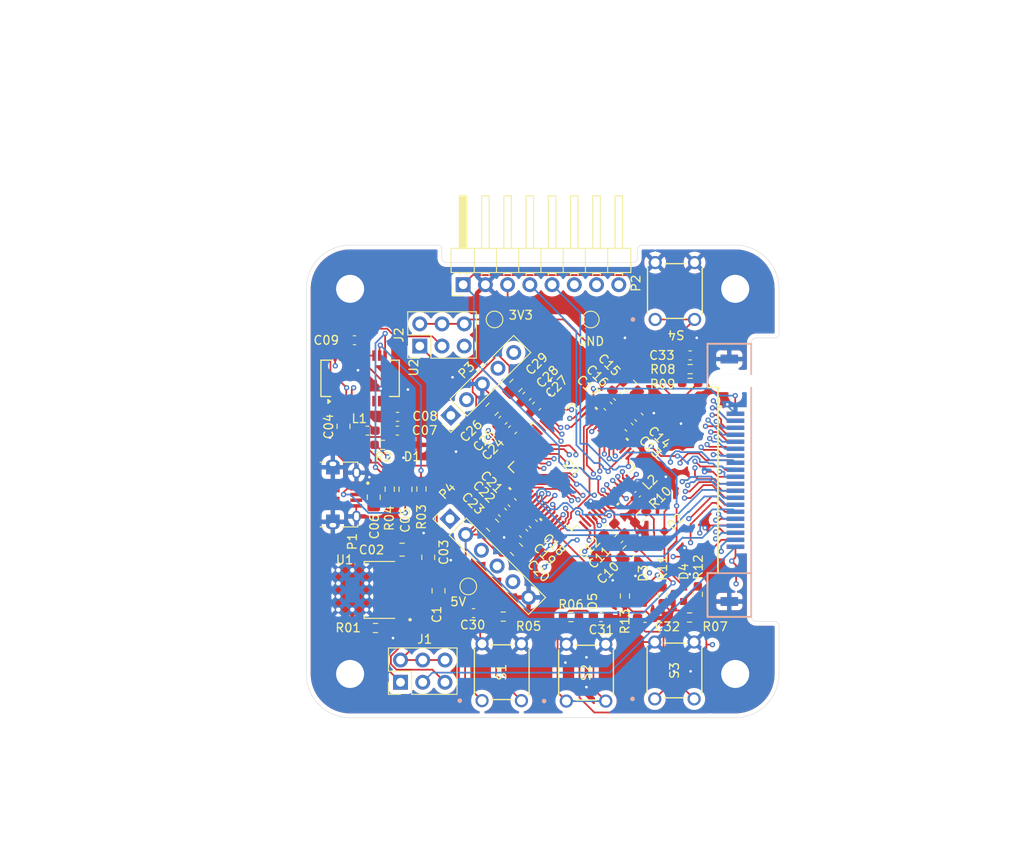
<source format=kicad_pcb>
(kicad_pcb (version 20241229) (generator "pcbnew") (generator_version "9.0")
  (layers (0 "F.Cu" signal) (4 "In1.Cu" signal) (6 "In2.Cu" signal) (2 "B.Cu" signal) (13 "F.Paste" user) (15 "B.Paste" user) (5 "F.SilkS" user "F.Silkscreen") (7 "B.SilkS" user "B.Silkscreen") (1 "F.Mask" user) (3 "B.Mask" user) (25 "Edge.Cuts" user))
  (net 0 "")
  (net 1 "+5V")
  (net 2 "GND")
  (net 3 "Net-(U1-NR{slash}FB)")
  (net 4 "Net-(J2-Pin_1)")
  (net 5 "Net-(P1-VCC)")
  (net 6 "Net-(P1-D-)")
  (net 7 "Net-(P1-D+)")
  (net 8 "+5V0USB")
  (net 9 "Net-(J2-Pin_3)")
  (net 10 "+3V3")
  (net 11 "RG6")
  (net 12 "RG7")
  (net 13 "RG8")
  (net 14 "Net-(C33-Pad1)")
  (net 17 "MCLR")
  (net 19 "PGEC2")
  (net 21 "PGED2")
  (net 22 "OSC1")
  (net 23 "OSC2")
  (net 24 "SOSCI")
  (net 25 "SOSCO")
  (net 26 "D-")
  (net 27 "VBUS")
  (net 28 "D+")
  (net 29 "USBID")
  (net 30 "RF0")
  (net 31 "RE2")
  (net 32 "RE7")
  (net 33 "RB11")
  (net 34 "RD11")
  (net 35 "RD4")
  (net 36 "RE3")
  (net 37 "RE6")
  (net 38 "+3V3AUX")
  (net 39 "RE1")
  (net 40 "RD2")
  (net 41 "RB13")
  (net 42 "RE4")
  (net 43 "+5VAUX")
  (net 44 "RF1")
  (net 45 "RB4")
  (net 46 "RB3")
  (net 47 "RD10")
  (net 48 "RB2")
  (net 49 "RB10")
  (net 50 "RE0")
  (net 51 "RB15")
  (net 52 "RB0")
  (net 53 "RB8")
  (net 54 "RD0")
  (net 55 "RD3")
  (net 56 "RE5")
  (net 57 "RD9")
  (net 58 "RD1")
  (net 59 "RF4")
  (net 60 "RB5")
  (net 61 "RF5")
  (net 62 "RB1")
  (net 63 "Net-(U2-USBDM)")
  (net 64 "Net-(U2-USBDP)")
  (net 66 "U1RX")
  (net 73 "U1TX")
  (net 77 "RB9")
  (net 78 "RG9")
  (net 79 "RB14")
  (net 80 "Net-(J1-Pin_1)")
  (net 81 "Net-(D1-A)")
  (net 82 "Net-(D2-K)")
  (net 83 "Net-(D3-K)")
  (net 84 "Net-(D4-K)")
  (net 85 "Net-(D5-K)")
  (footprint "Resistor_SMD:R_0603_1608Metric_Pad0.98x0.95mm_HandSolder" (layer "F.Cu") (at 145.21 91.825 180)
    (property "Reference" "R2")
    (property "Value" "1k")
  )
  (footprint "Capacitor_SMD:C_0805_2012Metric_Pad1.18x1.45mm_HandSolder" (layer "F.Cu") (at 140.7475 89.7125 -90)
    (property "Reference" "C04")
    (property "Value" "10n")
  )
  (footprint "Capacitor_SMD:C_0805_2012Metric_Pad1.18x1.45mm_HandSolder" (layer "F.Cu") (at 157.778853 101.000552 135)
    (property "Reference" "C23")
    (property "Value" "10u")
  )
  (footprint "Lib_fp:SW_B3F-1000_OMR" (layer "F.Cu") (at 166.2049 121.100001 90)
    (property "Reference" "S2")
    (property "Value" "B3F-1000" (hide yes))
  )
  (footprint "MountingHole:MountingHole_3.2mm_M3_ISO14580_Pad" (layer "F.Cu") (at 185.5 118)
    (property "Reference" "REF**" (hide yes))
    (property "Value" "MountingHole_3.2mm_M3_ISO14580_Pad")
  )
  (footprint "Capacitor_SMD:C_0603_1608Metric_Pad1.08x0.95mm_HandSolder" (layer "F.Cu") (at 160.062476 90.109175 -135)
    (property "Reference" "C24")
    (property "Value" "10n")
  )
  (footprint "Resistor_SMD:R_0603_1608Metric_Pad0.98x0.95mm_HandSolder" (layer "F.Cu") (at 180.2875 111.55)
    (property "Reference" "R07")
    (property "Value" "10K")
  )
  (footprint "Resistor_SMD:R_0603_1608Metric_Pad0.98x0.95mm_HandSolder" (layer "F.Cu") (at 180.35 83.175)
    (property "Reference" "R08")
    (property "Value" "1K")
  )
  (footprint "Capacitor_SMD:C_0805_2012Metric_Pad1.18x1.45mm_HandSolder" (layer "F.Cu") (at 150.425 104.675 90)
    (property "Reference" "C03")
    (property "Value" "1u")
  )
  (footprint "Capacitor_SMD:C_0603_1608Metric_Pad1.08x0.95mm_HandSolder" (layer "F.Cu") (at 174.502596 88.674295 135)
    (property "Reference" "C14")
    (property "Value" "10n")
  )
  (footprint "MountingHole:MountingHole_3.2mm_M3_ISO14580_Pad" (layer "F.Cu") (at 141.5 118)
    (property "Reference" "REF**" (hide yes))
    (property "Value" "MountingHole_3.2mm_M3_ISO14580_Pad")
  )
  (footprint "Lib_fp:SW_B3F-1000_OMR" (layer "F.Cu") (at 156.5735 121.050001 90)
    (property "Reference" "S1")
    (property "Value" "B3F-1002" (hide yes))
  )
  (footprint "Lib_fp:SAMTEC_HSEC8-120-01-S-D-EM2" (layer "F.Cu") (at 185.525 95.875 -90)
    (property "Reference" "P5" (hide yes))
    (property "Value" "HSEC8-120-01-S-D-EM2" (hide yes))
    (fp_line (start -10.5755 1.8005) (end -10.5755 -1.8) (stroke (width 0.01)) (layer "Edge.Cuts"))
    (fp_line (start -12.1245 -1.8) (end -12.1245 1.800499) (stroke (width 0.01)) (layer "Edge.Cuts"))
    (fp_line (start -12.1245 -1.8) (end -15.6 -1.8) (stroke (width 0.01)) (layer "Edge.Cuts"))
    (fp_line (start 15.6 -1.8) (end -10.5755 -1.8) (stroke (width 0.01)) (layer "Edge.Cuts"))
    (fp_arc (start -11.35 2.575) (mid -11.897654 2.348154) (end -12.1245 1.8005) (stroke (width 0.01)) (layer "Edge.Cuts"))
    (fp_arc (start -10.5755 1.8005) (mid -10.802346 2.348154) (end -11.35 2.575) (stroke (width 0.01)) (layer "Edge.Cuts"))
  )
  (footprint "Lib_fp:TQFP64_PT_MCH" (layer "F.Cu") (at 166.812476 94.359175 135)
    (property "Reference" "U3")
    (property "Value" "PIC32MZ1024EFE064-E/PT" (hide yes))
  )
  (footprint "Resistor_SMD:R_0603_1608Metric_Pad0.98x0.95mm_HandSolder" (layer "F.Cu") (at 180.35 84.75)
    (property "Reference" "R09")
    (property "Value" "10K")
  )
  (footprint "Capacitor_SMD:C_0805_2012Metric_Pad1.18x1.45mm_HandSolder" (layer "F.Cu") (at 157.712476 87.759175 -135)
    (property "Reference" "C26")
    (property "Value" "10u")
  )
  (footprint "Capacitor_SMD:C_0603_1608Metric_Pad1.08x0.95mm_HandSolder" (layer "F.Cu") (at 172.202596 102.569055 45)
    (property "Reference" "C11")
    (property "Value" "100n")
  )
  (footprint "Lib_fp:LED_APT1608LVBC_D" (layer "F.Cu") (at 148.4975 91.825 180)
    (property "Reference" "D1")
    (property "Value" "LED_BLUE")
  )
  (footprint "Resistor_SMD:R_0603_1608Metric_Pad0.98x0.95mm_HandSolder" (layer "F.Cu") (at 174.687476 100.059175 45)
    (property "Reference" "R10")
    (property "Value" "4K53")
  )
  (footprint "Resistor_SMD:R_0603_1608Metric_Pad0.98x0.95mm_HandSolder" (layer "F.Cu") (at 149.65 96.8625 90)
    (property "Reference" "R03")
    (property "Value" "27")
  )
  (footprint "TestPoint:TestPoint_Pad_D1.5mm" (layer "F.Cu") (at 158 77.5)
    (property "Reference" "3V3")
    (property "Value" "TestPoint_Pad_D1.5mm")
  )
  (footprint "Capacitor_SMD:C_0603_1608Metric_Pad1.08x0.95mm_HandSolder" (layer "F.Cu") (at 170.15 111.5)
    (property "Reference" "C31")
    (property "Value" "100n")
  )
  (footprint "Capacitor_SMD:C_0603_1608Metric_Pad1.08x0.95mm_HandSolder" (layer "F.Cu") (at 170.962476 87.409175 135)
    (property "Reference" "C17")
    (property "Value" "10n")
  )
  (footprint "Capacitor_SMD:C_0603_1608Metric_Pad1.08x0.95mm_HandSolder" (layer "F.Cu") (at 158.962476 89.009175 -135)
    (property "Reference" "C25")
    (property "Value" "100n")
  )
  (footprint "Capacitor_SMD:C_0805_2012Metric_Pad1.18x1.45mm_HandSolder" (layer "F.Cu") (at 151.6 108.5 90)
    (property "Reference" "C1")
    (property "Value" "2u2")
  )
  (footprint "MountingHole:MountingHole_3.2mm_M3_ISO14580_Pad" (layer "F.Cu") (at 185.5 74)
    (property "Reference" "REF**" (hide yes))
    (property "Value" "MountingHole_3.2mm_M3_ISO14580_Pad")
  )
  (footprint "Capacitor_SMD:C_0603_1608Metric_Pad1.08x0.95mm_HandSolder" (layer "F.Cu") (at 180.35 81.6)
    (property "Reference" "C33")
    (property "Value" "100n")
  )
  (footprint "Lib_fp:LED_APT1608LVBC_D" (layer "F.Cu") (at 176.822856 102.277145 45)
    (property "Reference" "D2")
    (property "Value" "LED_GREEN")
  )
  (footprint "Capacitor_SMD:C_0805_2012Metric_Pad1.18x1.45mm_HandSolder" (layer "F.Cu") (at 173.527596 85.124295 135)
    (property "Reference" "C15")
    (property "Value" "10u")
  )
  (footprint "TestPoint:TestPoint_Pad_D1.5mm" (layer "F.Cu") (at 155 108)
    (property "Reference" "5V")
    (property "Value" "TestPoint_Pad_D1.5mm")
  )
  (footprint "Resistor_SMD:R_0603_1608Metric_Pad0.98x0.95mm_HandSolder" (layer "F.Cu") (at 146.025 96.8875 90)
    (property "Reference" "R04")
    (property "Value" "27")
  )
  (footprint "Resistor_SMD:R_0603_1608Metric_Pad0.98x0.95mm_HandSolder" (layer "F.Cu") (at 144.4 112.75)
    (property "Reference" "R01")
    (property "Value" "1k")
  )
  (footprint "Connector_PinHeader_2.54mm:PinHeader_1x06_P2.54mm_Vertical" (layer "F.Cu") (at 152.907976 100.276122 45)
    (property "Reference" "P4")
    (property "Value" "Conn_01x06_Pin")
  )
  (footprint "Capacitor_SMD:C_0805_2012Metric_Pad1.18x1.45mm_HandSolder" (layer "F.Cu") (at 173.353853 104.042798 45)
    (property "Reference" "C10")
    (property "Value" "10u")
  )
  (footprint "Lib_fp:VREG_TPS79633DCQR" (layer "F.Cu") (at 144.85 108.4 180)
    (property "Reference" "U1")
    (property "Value" "TPS79633DCQR" (hide yes))
  )
  (footprint "Capacitor_SMD:C_0603_1608Metric_Pad1.08x0.95mm_HandSolder" (layer "F.Cu") (at 155.6 111.05)
    (property "Reference" "C30")
    (property "Value" "100n")
  )
  (footprint "Resistor_SMD:R_0603_1608Metric_Pad0.98x0.95mm_HandSolder" (layer "F.Cu") (at 159 111.45)
    (property "Reference" "R05")
    (property "Value" "10K")
  )
  (footprint "Lib_fp:LED_APT1608LVBC_D" (layer "F.Cu") (at 179.6 108.9 90)
    (property "Reference" "D4")
    (property "Value" "LED_ORANGE")
  )
  (footprint "Capacitor_SMD:C_0603_1608Metric_Pad1.08x0.95mm_HandSolder" (layer "F.Cu") (at 173.362476 89.809175 135)
    (property "Reference" "C13")
    (property "Value" "100n")
  )
  (footprint "TestPoint:TestPoint_Pad_D1.5mm" (layer "F.Cu") (at 169 77.5)
    (property "Reference" "GND")
    (property "Value" "TestPoint_Pad_D1.5mm")
  )
  (footprint "Resistor_SMD:R_0603_1608Metric_Pad0.98x0.95mm_HandSolder" (layer "F.Cu") (at 166.7375 111.5)
    (property "Reference" "R06")
    (property "Value" "10K")
  )
  (footprint "MountingHole:MountingHole_3.2mm_M3_ISO14580_Pad" (layer "F.Cu") (at 141.5 74.000062)
    (property "Reference" "REF**" (hide yes))
    (property "Value" "MountingHole_3.2mm_M3_ISO14580_Pad")
  )
  (footprint "Capacitor_SMD:C_0805_2012Metric_Pad1.18x1.45mm_HandSolder" (layer "F.Cu") (at 160.512476 103.771675 135)
    (property "Reference" "C20")
    (property "Value" "10u")
  )
  (footprint "Capacitor_SMD:C_0805_2012Metric_Pad1.18x1.45mm_HandSolder" (layer "F.Cu") (at 160.438345 85.033306 -135)
    (property "Reference" "C29")
    (property "Value" "10u")
  )
  (footprint "Inductor_SMD:L_0402_1005Metric_Pad0.77x0.64mm_HandSolder" (layer "F.Cu") (at 174.350078 97.468224 45)
    (property "Reference" "L2")
    (property "Value" "0.2n")
  )
  (footprint "Lib_fp:SW_B3F-1000_OMR" (layer "F.Cu") (at 176.3049 120.850001 90)
    (property "Reference" "S3")
    (property "Value" "B3F-1005" (hide yes))
  )
  (footprint "Lib_fp:LED_APT1608LVBC_D" (layer "F.Cu") (at 175 109.1 90)
    (property "Reference" "D3")
    (property "Value" "LED_YELLOW")
  )
  (footprint "Capacitor_SMD:C_0805_2012Metric_Pad1.18x1.45mm_HandSolder" (layer "F.Cu") (at 144.2 97.8 90)
    (property "Reference" "C06")
    (property "Value" "47p")
  )
  (footprint "Resistor_SMD:R_0603_1608Metric_Pad0.98x0.95mm_HandSolder" (layer "F.Cu") (at 172.9 109.1 90)
    (property "Reference" "R13")
    (property "Value" "1K37")
  )
  (footprint "Resistor_SMD:R_0603_1608Metric_Pad0.98x0.95mm_HandSolder" (layer "F.Cu") (at 177.2 109.0125 90)
    (property "Reference" "R11")
    (property "Value" "470")
  )
  (footprint "Capacitor_SMD:C_0603_1608Metric_Pad1.08x0.95mm_HandSolder" (layer "F.Cu") (at 146.8975 90.2 180)
    (property "Reference" "C07")
    (property "Value" "4u7")
  )
  (footprint "Connector_PinHeader_2.54mm:PinHeader_1x08_P2.54mm_Horizontal" (layer "F.Cu") (at 154.415 73.525 90)
    (property "Reference" "P2")
    (property "Value" "Conn_01x08_Pin")
  )
  (footprint "Lib_fp:LED_APT1608LVBC_D" (layer "F.Cu") (at 170.5 109.1 90)
    (property "Reference" "D5")
    (property "Value" "LED_RED")
  )
  (footprint "Capacitor_SMD:C_0603_1608Metric_Pad1.08x0.95mm_HandSolder" (layer "F.Cu") (at 162.814602 87.407049 -135)
    (property "Reference" "C27")
    (property "Value" "10n")
  )
  (footprint "Resistor_SMD:R_0603_1608Metric_Pad0.98x0.95mm_HandSolder" (layer "F.Cu") (at 181.225 108.9 90)
    (property "Reference" "R12")
    (property "Value" "2K7")
  )
  (footprint "Lib_fp:AMPHENOL_10118194-0001LF" (layer "F.Cu") (at 139.5275 97.5 -90)
    (property "Reference" "P1")
    (property "Value" "10118194-0001LF" (hide yes))
  )
  (footprint "Package_SO:SSOP-20_3.9x8.7mm_P0.635mm" (layer "F.Cu") (at 142.6425 84.225 90)
    (property "Reference" "U2")
    (property "Value" "FT231XS-R" (hide yes))
  )
  (footprint "Capacitor_SMD:C_0603_1608Metric_Pad1.08x0.95mm_HandSolder" (layer "F.Cu") (at 171.077596 101.444055 45)
    (property "Reference" "C12")
    (property "Value" "10n")
  )
  (footprint "Capacitor_SMD:C_0603_1608Metric_Pad1.08x0.95mm_HandSolder" (layer "F.Cu") (at 162.422356 100.844055 135)
    (property "Reference" "C18")
    (property "Value" "10n")
  )
  (footprint "Capacitor_SMD:C_0603_1608Metric_Pad1.08x0.95mm_HandSolder" (layer "F.Cu") (at 146.9225 88.625 180)
    (property "Reference" "C08")
    (property "Value" "100n")
  )
  (footprint "Connector_PinHeader_2.54mm:PinHeader_2x03_P2.54mm_Vertical" (layer "F.Cu") (at 149.46 80.54 90)
    (property "Reference" "J2")
    (property "Value" "Conn_02x03_Odd_Even")
  )
  (footprint "Lib_fp:SW_B3F-1000_OMR" (layer "F.Cu") (at 176.3549 77.500001 90)
    (property "Reference" "S4")
    (property "Value" "B3F-1005" (hide yes))
  )
  (footprint "Capacitor_SMD:C_0603_1608Metric_Pad1.08x0.95mm_HandSolder" (layer "F.Cu") (at 172.077596 86.274295 135)
    (property "Reference" "C16")
    (property "Value" "100n")
  )
  (footprint "Inductor_SMD:L_0603_1608Metric_Pad1.05x0.95mm_HandSolder" (layer "F.Cu") (at 143.485 90.2 180)
    (property "Reference" "L1")
    (property "Value" "FerriteBead_Small")
  )
  (footprint "Capacitor_SMD:C_0805_2012Metric_Pad1.18x1.45mm_HandSolder" (layer "F.Cu") (at 147.825 96.9 90)
    (property "Reference" "C05")
    (property "Value" "47p")
  )
  (footprint "Connector_PinHeader_2.54mm:PinHeader_2x03_P2.54mm_Vertical" (layer "F.Cu") (at 147.26 118.95 90)
    (property "Reference" "J1")
    (property "Value" "Conn_02x03_Odd_Even")
  )
  (footprint "Capacitor_SMD:C_0805_2012Metric_Pad1.18x1.45mm_HandSolder" (layer "F.Cu") (at 147.4375 103.8)
    (property "Reference" "C02")
    (property "Value" "10n")
  )
  (footprint "Connector_PinHeader_2.54mm:PinHeader_1x05_P2.54mm_Vertical" (layer "F.Cu") (at 153.007976 88.460327 135)
    (property "Reference" "P3")
    (property "Value" "Conn_01x05_Pin")
  )
  (footprint "Capacitor_SMD:C_0603_1608Metric_Pad1.08x0.95mm_HandSolder" (layer "F.Cu") (at 161.322356 101.944055 135)
    (property "Reference" "C19")
    (property "Value" "100n")
  )
  (footprint "Capacitor_SMD:C_0603_1608Metric_Pad1.08x0.95mm_HandSolder" (layer "F.Cu") (at 160.022356 98.419055 135)
    (property "Reference" "C21")
    (property "Value" "10n")
  )
  (footprint "Capacitor_SMD:C_0603_1608Metric_Pad1.08x0.95mm_HandSolder" (layer "F.Cu") (at 161.704722 86.266929 -135)
    (property "Reference" "C28")
    (property "Value" "100n")
  )
  (footprint "Capacitor_SMD:C_0603_1608Metric_Pad1.08x0.95mm_HandSolder" (layer "F.Cu") (at 158.902596 99.544055 135)
    (property "Reference" "C22")
    (property "Value" "100n")
  )
  (footprint "Capacitor_SMD:C_0603_1608Metric_Pad1.08x0.95mm_HandSolder" (layer "F.Cu") (at 142 79.875 180)
    (property "Reference" "C09")
    (property "Value" "100n")
  )
  (footprint "Capacitor_SMD:C_0603_1608Metric_Pad1.08x0.95mm_HandSolder" (layer "F.Cu") (at 175.2 111.6)
    (property "Reference" "C32")
    (property "Value" "100n")
  )
  (gr_arc (start 190.5 118) (mid 189.035534 121.535534) (end 185.5 123) (stroke (width 0.05)) (layer "Edge.Cuts"))
  (gr_curve (pts (xy 151.975 69.5) (xy 151.975 69) (xy 151.5 69) (xy 151.5 69)) (stroke (width 0.05)) (layer "Edge.Cuts"))
  (gr_curve (pts (xy 187.325 80.275) (xy 187.325 79.6) (xy 187.85 79.6) (xy 187.85 79.6)) (stroke (width 0.05)) (layer "Edge.Cuts"))
  (gr_line (start 141.5 123) (end 185.5 123) (stroke (width 0.05)) (layer "Edge.Cuts"))
  (gr_curve (pts (xy 190 79.6) (xy 190.5 79.6) (xy 190.5 79.1) (xy 190.5 79.1)) (stroke (width 0.05)) (layer "Edge.Cuts"))
  (gr_curve (pts (xy 190 112) (xy 190.5 112) (xy 190.5 112.5) (xy 190.5 112.5)) (stroke (width 0.05)) (layer "Edge.Cuts"))
  (gr_curve (pts (xy 174.325 69.5) (xy 174.325 69) (xy 174.825 69) (xy 174.825 69)) (stroke (width 0.05)) (layer "Edge.Cuts"))
  (gr_line (start 151.975 69.5) (end 151.975 70.5) (stroke (width 0.05)) (layer "Edge.Cuts"))
  (gr_line (start 152.475 71) (end 173.825 71) (stroke (width 0.05)) (layer "Edge.Cuts"))
  (gr_line (start 174.825 69) (end 185.5 69) (stroke (width 0.05)) (layer "Edge.Cuts"))
  (gr_curve (pts (xy 173.825 71) (xy 174.325 71) (xy 174.325 70.5) (xy 174.325 70.5)) (stroke (width 0.05)) (layer "Edge.Cuts"))
  (gr_line (start 141.5 69) (end 151.5 69) (stroke (width 0.05)) (layer "Edge.Cuts"))
  (gr_line (start 187.85 79.6) (end 190 79.6) (stroke (width 0.05)) (layer "Edge.Cuts"))
  (gr_arc (start 185.5 69) (mid 189.035534 70.464466) (end 190.5 74) (stroke (width 0.05)) (layer "Edge.Cuts"))
  (gr_line (start 190.5 118) (end 190.5 112.5) (stroke (width 0.05)) (layer "Edge.Cuts"))
  (gr_arc (start 136.5 74.025062) (mid 137.955594 70.473334) (end 141.5 69) (stroke (width 0.05)) (layer "Edge.Cuts"))
  (gr_line (start 190 112) (end 188 112) (stroke (width 0.05)) (layer "Edge.Cuts"))
  (gr_line (start 174.325 70.5) (end 174.325 69.5) (stroke (width 0.05)) (layer "Edge.Cuts"))
  (gr_arc (start 141.5 123) (mid 137.964466 121.535534) (end 136.5 118) (stroke (width 0.05)) (layer "Edge.Cuts"))
  (gr_curve (pts (xy 152.475 71) (xy 151.975 71) (xy 151.975 70.5) (xy 151.975 70.5)) (stroke (width 0.05)) (layer "Edge.Cuts"))
  (gr_line (start 190.5 79.1) (end 190.5 74) (stroke (width 0.05)) (layer "Edge.Cuts"))
  (gr_curve (pts (xy 188 112) (xy 187.325 112) (xy 187.325 111.475) (xy 187.325 111.475)) (stroke (width 0.05)) (layer "Edge.Cuts"))
  (gr_line (start 136.5 118) (end 136.500001 74.025062) (stroke (width 0.05)) (layer "Edge.Cuts"))
  (segment (start 148.045 109.575) (end 147.95 109.67) (width 0.2) (layer "F.Cu") (net 1))
  (segment (start 152.34 116.41) (end 149.8 116.41) (width 0.2) (layer "F.Cu") (net 1))
  (segment (start 153.425 109.575) (end 150.425 109.575) (width 0.2) (layer "F.Cu") (net 1))
  (segment (start 147.95 111.15) (end 149.3 112.5) (width 0.2) (layer "F.Cu") (net 1))
  (segment (start 147.95 109.67) (end 147.95 110.94) (width 0.2) (layer "F.Cu") (net 1))
  (segment (start 147.26 116.41) (end 149.8 116.41) (width 0.2) (layer "F.Cu") (net 1))
  (segment (start 150.425 109.575) (end 148.045 109.575) (width 0.2) (layer "F.Cu") (net 1))
  (segment (start 149.3 114.37) (end 147.26 116.41) (width 0.2) (layer "F.Cu") (net 1))
  (segment (start 147.95 110.94) (end 147.95 111.15) (width 0.2) (layer "F.Cu") (net 1))
  (segment (start 155 108) (end 153.425 109.575) (width 0.2) (layer "F.Cu") (net 1))
  (segment (start 149.3 112.5) (end 149.3 114.37) (width 0.2) (layer "F.Cu") (net 1))
  (segment (start 142.2025 98.8) (end 142.2025 99.975) (width 0.2) (layer "F.Cu") (net 2))
  (segment (start 144.477 84.877) (end 145 85.4) (width 0.2) (layer "F.Cu") (net 2))
  (segment (start 146.06 86.083) (end 145.377 85.4) (width 0.2) (layer "F.Cu") (net 2))
  (segment (start 172.712476 86.884175) (end 173.892716 88.064415) (width 0.2) (layer "F.Cu") (net 2))
  (segment (start 156.4625 111.95) (end 156.4625 111.05) (width 0.2) (layer "F.Cu") (net 2))
  (segment (start 144.477 84.5) (end 144.477 84.877) (width 0.2) (layer "F.Cu") (net 2))
  (segment (start 142.96 86.825) (end 142.96 84.74) (width 0.2) (layer "F.Cu") (net 2))
  (segment (start 163.424482 86.797169) (end 163.617107 86.797169) (width 0.2) (layer "F.Cu") (net 2))
  (segment (start 161.812476 100.234175) (end 162.705243 100.234175) (width 0.2) (layer "F.Cu") (net 2))
  (segment (start 158.512476 101.153935) (end 159.512476 100.153935) (width 0.2) (layer "F.Cu") (net 2))
  (segment (start 159.778853 103.038052) (end 160.712476 102.104429) (width 0.2) (layer "F.Cu") (net 2))
  (segment (start 174.042241 100.70441) (end 174.042241 101.5716) (width 0.2) (layer "F.Cu") (net 2))
  (segment (start 140.15 109.15) (end 139.4 108.4) (width 0.2) (layer "F.Cu") (net 2))
  (segment (start 163.617107 86.797169) (end 164.3 86.114276) (width 0.2) (layer "F.Cu") (net 2))
  (segment (start 173.892716 88.064415) (end 173.887476 88.064415) (width 0.2) (layer "F.Cu") (net 2))
  (segment (start 175.3365 110.874) (end 176.0625 111.6) (width 0.2) (layer "F.Cu") (net 2))
  (segment (start 162.306149 89.499295) (end 160.672356 89.499295) (width 0.2) (layer "F.Cu") (net 2))
  (segment (start 173.7615 110.874) (end 175.3365 110.874) (width 0.2) (layer "F.Cu") (net 2))
  (segment (start 172.752596 89.199295) (end 172.889823 89.336522) (width 0.2) (layer "F.Cu") (net 2))
  (segment (start 139.4 108.4) (end 140.15 107.65) (width 0.2) (layer "F.Cu") (net 2))
  (segment (start 139.4 108.4) (end 138.4 108.4) (width 0.2) (layer "F.Cu") (net 2))
  (segment (start 172.687476 86.884175) (end 172.712476 86.884175) (width 0.2) (layer "F.Cu") (net 2))
  (segment (start 146.06 88.625) (end 146.06 86.083) (width 0.2) (layer "F.Cu") (net 2))
  (segment (start 159.1 102.321699) (end 158.512476 101.734175) (width 0.2) (layer "F.Cu") (net 2))
  (segment (start 181.225 109.8125) (end 184.7375 109.8125) (width 0.2) (layer "F.Cu") (net 2))
  (segment (start 172.62023 104.776421) (end 172.62023 104.206449) (width 0.2) (layer "F.Cu") (net 2))
  (segment (start 161.082055 99.028935) (end 162.267971 97.843019) (width 0.2) (layer "F.Cu") (net 2))
  (segment (start 182.326003 101.023997) (end 182.05 101.3) (width 0.2) (layer "F.Cu") (net 2))
  (segment (start 159.572356 88.399295) (end 159.572356 88.151809) (width 0.2) (layer "F.Cu") (net 2))
  (segment (start 156.600078 85.179531) (end 156.600078 84.868225) (width 0.2) (layer "F.Cu") (net 2))
  (segment (start 156.3625 112.05) (end 156.4625 111.95) (width 0.2) (layer "F.Cu") (net 2))
  (segment (start 182 94.899) (end 182.948999 94.899) (width 0.2) (layer "F.Cu") (net 2))
  (segment (start 173.887476 88.064415) (end 172.752596 89.199295) (width 0.2) (layer "F.Cu") (net 2))
  (segment (start 162.975078 90.168224) (end 162.306149 89.499295) (width 0.2) (layer "F.Cu") (net 2))
  (segment (start 174.261219 85.857918) (end 173.713733 85.857918) (width 0.2) (layer "F.Cu") (net 2))
  (segment (start 176.0625 111.0625) (end 177.2 109.925) (width 0.2) (layer "F.Cu") (net 2))
  (segment (start 159.140801 102.4) (end 159.778853 103.038052) (width 0.2) (layer "F.Cu") (net 2))
  (segment (start 142.325 81.625) (end 142.325 83.225) (width 0.2) (layer "F.Cu") (net 2))
  (segment (start 143.84875 93.85125) (end 140.7475 90.75) (width 0.2) (layer "F.Cu") (net 2))
  (segment (start 143.851 93.849) (end 143.84875 93.85125) (width 0.2) (layer "F.Cu") (net 2))
  (segment (start 173.713733 85.857918) (end 172.687476 86.884175) (width 0.2) (layer "F.Cu") (net 2))
  (segment (start 144.2 96.7625) (end 144.2 96.012369) (width 0.2) (layer "F.Cu") (net 2))
  (segment (start 172.889823 91.463809) (end 172.417641 91.935991) (width 0.2) (layer "F.Cu") (net 2))
  (segment (start 173.626 109.2865) (end 172.9 110.0125) (width 0.2) (layer "F.Cu") (net 2))
  (segment (start 171.572356 88.019055) (end 171.572356 89.245742) (width 0.2) (layer "F.Cu") (net 2))
  (segment (start 181.2125 79.7125) (end 181.1 79.6) (width 0.2) (layer "F.Cu") (net 2))
  (segment (start 180.2875 110.75) (end 181.225 109.8125) (width 0.2) (layer "F.Cu") (net 2))
  (segment (start 171.484565 89.696041) (end 172.889823 91.101299) (width 0.2) (layer "F.Cu") (net 2))
  (segment (start 181.2125 81.6) (end 181.2125 79.7125) (width 0.2) (layer "F.Cu") (net 2))
  (segment (start 184.7375 109.8125) (end 184.825 109.725) (width 0.2) (layer "F.Cu") (net 2))
  (segment (start 160.712476 101.334175) (end 161.812476 100.234175) (width 0.2) (layer "F.Cu") (net 2))
  (segment (start 156.3625 114.338999) (end 156.5735 114.549999) (width 0.2) (layer "F.Cu") (net 2))
  (segment (start 142.2025 99.975) (end 142.2275 100) (width 0.2) (layer "F.Cu") (net 2))
  (segment (start 172.9 110.0125) (end 173.7615 110.874) (width 0.2) (layer "F.Cu") (net 2))
  (segment (start 146.035 88.65) (end 146.06 88.625) (width 0.2) (layer "F.Cu") (net 2))
  (segment (start 145.377 85.4) (end 145 85.4) (width 0.2) (layer "F.Cu") (net 2))
  (segment (start 162.705243 100.234175) (end 163.682185 99.257233) (width 0.2) (layer "F.Cu") (net 2))
  (segment (start 163.424482 87.082094) (end 164.742845 88.400457) (width 0.2) (layer "F.Cu") (net 2))
  (segment (start 144.477 84.5) (end 143.2 84.5) (width 0.2) (layer "F.Cu") (net 2))
  (segment (start 159.572356 88.151809) (end 158.446099 87.025552) (width 0.2) (layer "F.Cu") (net 2))
  (segment (start 147.825 95.8625) (end 146.9625 95) (width 0.2) (layer "F.Cu") (net 2))
  (segment (start 160.632236 99.028935) (end 161.082055 99.028935) (width 0.2) (layer "F.Cu") (net 2))
  (segment (start 141.627576 79.875) (end 141.1375 79.875) (width 0.2) (layer "F.Cu") (net 2))
  (segment (start 171.572356 89.245742) (end 170.649874 90.168224) (width 0.2) (layer "F.Cu") (net 2))
  (segment (start 144.2 96.012369) (end 143.7 95.512369) (width 0.2) (layer "F.Cu") (net 2))
  (segment (start 158.446099 87.025552) (end 156.600078 85.179531) (width 0.2) (layer "F.Cu") (net 2))
  (segment (start 174.549999 114.349999) (end 173.9 113.7) (width 0.2) (layer "F.Cu") (net 2))
  (segment (start 158.512476 101.734175) (end 158.512476 101.153935) (width 0.2) (layer "F.Cu") (net 2))
  (segment (start 173.626 105.782191) (end 173.626 109.2865) (width 0.2) (layer "F.Cu") (net 2))
  (segment (start 159.1 102.4) (end 159.140801 102.4) (width 0.2) (layer "F.Cu") (net 2))
  (segment (start 172.889823 89.336522) (end 172.889823 91.3) (width 0.2) (layer "F.Cu") (net 2))
  (segment (start 170.29632 98.90368) (end 169.659657 98.267017) (width 0.2) (layer "F.Cu") (net 2))
  (segment (start 177.2 109.925) (end 178.025 110.75) (width 0.2) (layer "F.Cu") (net 2))
  (segment (start 182.948999 94.899) (end 183.524999 95.475) (width 0.2) (layer "F.Cu") (net 2))
  (segment (start 159.512476 100.148695) (end 160.632236 99.028935) (width 0.2) (layer "F.Cu") (net 2))
  (segment (start 174.042241 101.5716) (end 174.613799 102.143158) (width 0.2) (layer "F.Cu") (net 2))
  (segment (start 171.122057 89.696041) (end 171.484565 89.696041) (width 0.2) (layer "F.Cu") (net 2))
  (segment (start 171.592716 103.178935) (end 170.467716 102.053935) (width 0.2) (layer "F.Cu") (net 2))
  (segment (start 156.3625 112.05) (end 156.3625 114.338999) (width 0.2) (layer "F.Cu") (net 2))
  (segment (start 146.035 90.2) (end 146.035 88.65) (width 0.2) (layer "F.Cu") (net 2))
  (segment (start 142.325 81.625) (end 142.325 80.572424) (width 0.2) (layer "F.Cu") (net 2))
  (segment (start 142.325 80.572424) (end 141.627576 79.875) (width 0.2) (layer "F.Cu") (net 2))
  (segment (start 142.325 83.225) (end 142.4 83.3) (width 0.2) (layer "F.Cu") (net 2))
  (segment (start 174.042241 100.70441) (end 174.042241 99.67769) (width 0.2) (layer "F.Cu") (net 2))
  (segment (start 172.62023 104.206449) (end 171.592716 103.178935) (width 0.2) (layer "F.Cu") (net 2))
  (segment (start 174.042241 99.67769) (end 175.719931 98) (width 0.2) (layer "F.Cu") (net 2))
  (segment (start 143.849 93.8515) (end 143.84875 93.85125) (width 0.2) (layer "F.Cu") (net 2))
  (segment (start 176.3049 114.349999) (end 174.549999 114.349999) (width 0.2) (layer "F.Cu") (net 2))
  (segment (start 146.9625 95) (end 145.779232 95) (width 0.2) (layer "F.Cu") (net 2))
  (segment (start 185.525 101.075) (end 185.473997 101.023997) (width 0.2) (layer "F.Cu") (net 2))
  (segment (start 176.0625 111.6) (end 176.0625 111.0625) (width 0.2) (layer "F.Cu") (net 2))
  (segment (start 160.672356 89.499295) (end 159.572356 88.399295) (width 0.2) (layer "F.Cu") (net 2))
  (segment (start 159.512476 100.153935) (end 159.512476 100.148695) (width 0.2) (layer "F.Cu") (net 2))
  (segment (start 172.889823 91.101299) (end 172.889823 91.3) (width 0.2) (layer "F.Cu") (net 2))
  (segment (start 178.025 110.75) (end 180.2875 110.75) (width 0.2) (layer "F.Cu") (net 2))
  (segment (start 144.628232 93.849) (end 143.851 93.849) (width 0.2) (layer "F.Cu") (net 2))
  (segment (start 172.62023 104.776421) (end 173.626 105.782191) (width 0.2) (layer "F.Cu") (net 2))
  (segment (start 185.473997 101.023997) (end 182.326003 101.023997) (width 0.2) (layer "F.Cu") (net 2))
  (segment (start 170.649874 90.168224) (end 171.122057 89.696041) (width 0.2) (layer "F.Cu") (net 2))
  (segment (start 160.712476 102.104429) (end 160.712476 101.334175) (width 0.2) (layer "F.Cu") (net 2))
  (segment (start 169.659657 98.267017) (end 168.990473 98.267017) (width 0.2) (layer "F.Cu") (net 2))
  (segment (start 142.96 84.74) (end 143.2 84.5) (width 0.2) (layer "F.Cu") (net 2))
  (segment (start 145.779232 95) (end 144.628232 93.849) (width 0.2) (layer "F.Cu") (net 2))
  (segment (start 183.524999 95.475) (end 185.525 95.475) (width 0.2) (layer "F.Cu") (net 2))
  (segment (start 175.719931 98) (end 176.3 98) (width 0.2) (layer "F.Cu") (net 2))
  (segment (start 172.889823 91.3) (end 172.889823 91.463809) (width 0.2) (layer "F.Cu") (net 2))
  (segment (start 159.1 102.4) (end 159.1 102.321699) (width 0.2) (layer "F.Cu") (net 2))
  (segment (start 172.752596 89.199295) (end 171.572356 88.019055) (width 0.2) (layer "F.Cu") (net 2))
  (segment (start 163.424482 86.797169) (end 163.424482 87.082094) (width 0.2) (layer "F.Cu") (net 2))
  (via (at 179.3 89.4) (size 0.6) (drill 0.3) (layers "F.Cu" "B.Cu") (net 2))
  (via (at 153.6 92.6) (size 0.6) (drill 0.3) (layers "F.Cu" "B.Cu") (net 2))
  (via (at 171.5 107.3) (size 0.6) (drill 0.3) (layers "F.Cu" "B.Cu") (net 2))
  (via (at 176.3 98) (size 0.6) (drill 0.3) (layers "F.Cu" "B.Cu") (net 2))
  (via (at 145 85.4) (size 0.6) (drill 0.3) (layers "F.Cu" "B.Cu") (net 2))
  (via (at 143.7 95.512369) (size 0.6) (drill 0.3) (layers "F.Cu" "B.Cu") (net 2))
  (via (at 182.05 101.3) (size 0.6) (drill 0.3) (layers "F.Cu" "B.Cu") (net 2))
  (via (at 149.9 101.9) (size 0.6) (drill 0.3) (layers "F.Cu" "B.Cu") (net 2))
  (via (at 181.1 79.6) (size 0.6) (drill 0.3) (layers "F.Cu" "B.Cu") (net 2))
  (via (at 174.1 106.8) (size 0.6) (drill 0.3) (layers "F.Cu" "B.Cu") (net 2))
  (via (at 168.5 119.5) (size 0.6) (drill 0.3) (layers "F.Cu" "B.Cu") (net 2))
  (via (at 179.7 103.6) (size 0.6) (drill 0.3) (layers "F.Cu" "B.Cu") (net 2))
  (via (at 147.6 93.3) (size 0.6) (drill 0.3) (layers "F.Cu" "B.Cu") (net 2))
  (via (at 182 94.899) (size 0.6) (drill 0.3) (layers "F.Cu" "B.Cu") (net 2))
  (via (at 166.1 116.7) (size 0.6) (drill 0.3) (layers "F.Cu" "B.Cu") (net 2))
  (via (at 146.4 113.9) (size 0.6) (drill 0.3) (layers "F.Cu" "B.Cu") (net 2))
  (via (at 168.990473 98.267017) (size 0.6) (drill 0.3) (layers "F.Cu" "B.Cu") (net 2))
  (via (at 174.613799 102.143158) (size 0.6) (drill 0.3) (layers "F.Cu" "B.Cu") (net 2))
  (via (at 178.5 117.7) (size 0.6) (drill 0.3) (layers "F.Cu" "B.Cu") (net 2))
  (via (at 164.3 86.114276) (size 0.6) (drill 0.3) (layers "F.Cu" "B.Cu") (net 2))
  (via (at 159.1 102.4) (size 0.6) (drill 0.3) (layers "F.Cu" "B.Cu") (net 2))
  (via (at 153 105) (size 0.6) (drill 0.3) (layers "F.Cu" "B.Cu") (net 2))
  (via (at 177.571472 95.471472) (size 0.6) (drill 0.3) (layers "F.Cu" "B.Cu") (net 2))
  (via (at 168.5 116.1) (size 0.6) (drill 0.3) (layers "F.Cu" "B.Cu") (net 2))
  (via (at 176.2 88.2) (size 0.6) (drill 0.3) (layers "F.Cu" "B.Cu") (net 2))
  (via (at 139.2 91) (size 0.6) (drill 0.3) (layers "F.Cu" "B.Cu") (net 2))
  (via (at 142.4 83.3) (size 0.6) (drill 0.3) (layers "F.Cu" "B.Cu") (net 2))
  (via (at 164.4 84.5) (size 0.6) (drill 0.3) (layers "F.Cu" "B.Cu") (net 2))
  (via (at 180.3 106.6) (size 0.6) (drill 0.3) (layers "F.Cu" "B.Cu") (net 2))
  (via (at 153.2 84.1) (size 0.6) (drill 0.3) (layers "F.Cu" "B.Cu") (net 2))
  (via (at 172.9 79.6) (size 0.6) (drill 0.3) (layers "F.Cu" "B.Cu") (net 2))
  (via (at 148.1 85.5) (size 0.6) (drill 0.3) (layers "F.Cu" "B.Cu") (net 2))
  (via (at 184.6 87.2) (size 0.6) (drill 0.3) (layers "F.Cu" "B.Cu") (net 2))
  (via (at 180.4 117.7) (size 0.6) (drill 0.3) (layers "F.Cu" "B.Cu") (net 2))
  (segment (start 168.990473 98.267017) (end 171.742055 98.267017) (width 0.2) (layer "B.Cu") (net 2))
  (segment (start 164.4 84.5) (end 164.3 84.6) (width 0.2) (layer "B.Cu") (net 2))
  (segment (start 171.742055 98.267017) (end 174.209072 95.8) (width 0.2) (layer "B.Cu") (net 2))
  (segment (start 178.8 89.2) (end 179 89.4) (width 0.2) (layer "B.Cu") (net 2))
  (segment (start 174.613799 102.143158) (end 164.77761 102.143158) (width 0.2) (layer "B.Cu") (net 2))
  (segment (start 161.888232 105.188232) (end 161.888232 109.256378) (width 0.2) (layer "B.Cu") (net 2))
  (segment (start 176.2 88.2) (end 177.8 88.2) (width 0.2) (layer "B.Cu") (net 2))
  (segment (start 179 89.4) (end 179.3 89.4) (width 0.2) (layer "B.Cu") (net 2))
  (segment (start 145 85.4) (end 145.6 84.8) (width 0.2) (layer "B.Cu") (net 2))
  (segment (start 164.77761 102.143158) (end 161.888232 105.032536) (width 0.2) (layer "B.Cu") (net 2))
  (segment (start 176.3 98) (end 177.571472 96.728528) (width 0.2) (layer "B.Cu") (net 2))
  (segment (start 177.571472 96.728528) (end 177.571472 95.471472) (width 0.2) (layer "B.Cu") (net 2))
  (segment (start 145.6 84.8) (end 147.4 84.8) (width 0.2) (layer "B.Cu") (net 2))
  (segment (start 177.8 88.2) (end 178.8 89.2) (width 0.2) (layer "B.Cu") (net 2))
  (segment (start 184.6 87.2) (end 184.6 87.35) (width 0.2) (layer "B.Cu") (net 2))
  (segment (start 164.3 86.114276) (end 164.3 84.6) (width 0.2) (layer "B.Cu") (net 2))
  (segment (start 177.242944 95.8) (end 177.571472 95.471472) (width 0.2) (layer "B.Cu") (net 2))
  (segment (start 147.4 84.8) (end 148.1 85.5) (width 0.2) (layer "B.Cu") (net 2))
  (segment (start 174.209072 95.8) (end 177.242944 95.8) (width 0.2) (layer "B.Cu") (net 2))
  (segment (start 184.6 87.35) (end 185.525 88.275) (width 0.2) (layer "B.Cu") (net 2))
  (segment (start 159.1 102.4) (end 161.888232 105.188232) (width 0.2) (layer "B.Cu") (net 2))
  (segment (start 161.888232 105.032536) (end 161.888232 105.188232) (width 0.2) (layer "B.Cu") (net 2))
  (segment (start 147.95 105.35) (end 147.95 105.86) (width 0.2) (layer "F.Cu") (net 3))
  (segment (start 146.4 103.8) (end 147.95 105.35) (width 0.2) (layer "F.Cu") (net 3))
  (segment (start 149.46 80.54) (end 151.401 82.481) (width 0.2) (layer "F.Cu") (net 4))
  (segment (start 151.401 82.481) (end 151.401 104.7365) (width 0.2) (layer "F.Cu") (net 4))
  (segment (start 151.401 104.7365) (end 150.425 105.7125) (width 0.2) (layer "F.Cu") (net 4))
  (segment (start 147.95 107.13) (end 149.0075 107.13) (width 0.2) (layer "F.Cu") (net 4))
  (segment (start 149.0075 107.13) (end 150.425 105.7125) (width 0.2) (layer "F.Cu") (net 4))
  (segment (start 141.1 96.2) (end 140.8 95.9) (width 0.2) (layer "F.Cu") (net 5))
  (segment (start 138.5 90.3) (end 140.125 88.675) (width 0.2) (layer "F.Cu") (net 5))
  (segment (start 140.125 88.675) (end 140.7475 88.675) (width 0.2) (layer "F.Cu") (net 5))
  (segment (start 142.835 88.675) (end 144.36 90.2) (width 0.2) (layer "F.Cu") (net 5))
  (segment (start 140.7475 88.675) (end 142.835 88.675) (width 0.2) (layer "F.Cu") (net 5))
  (segment (start 140.8 93.7) (end 138.5 91.4) (width 0.2) (layer "F.Cu") (net 5))
  (segment (start 138.5 91.4) (end 138.5 90.3) (width 0.2) (layer "F.Cu") (net 5))
  (segment (start 140.8 95.9) (end 140.8 93.7) (width 0.2) (layer "F.Cu") (net 5))
  (segment (start 142.2025 96.2) (end 141.1 96.2) (width 0.2) (layer "F.Cu") (net 5))
  (segment (start 149.4875 97.9375) (end 149.65 97.775) (width 0.2) (layer "F.Cu") (net 6))
  (segment (start 147.8 99.6) (end 147.8 97.9625) (width 0.2) (layer "F.Cu") (net 6))
  (segment (start 147.8 97.9625) (end 147.825 97.9375) (width 0.2) (layer "F.Cu") (net 6))
  (segment (start 140.75 97.5) (end 140.75 97.25) (width 0.2) (layer "F.Cu") (net 6))
  (segment (start 141.15 96.85) (end 142.2025 96.85) (width 0.2) (layer "F.Cu") (net 6))
  (segment (start 140.75 97.25) (end 141.15 96.85) (width 0.2) (layer "F.Cu") (net 6))
  (segment (start 147.825 97.9375) (end 149.4875 97.9375) (width 0.2) (layer "F.Cu") (net 6))
  (via (at 147.8 99.6) (size 0.6) (drill 0.3) (layers "F.Cu" "B.Cu") (net 6))
  (via (at 140.75 97.5) (size 0.6) (drill 0.3) (layers "F.Cu" "B.Cu") (net 6))
  (segment (start 140.75 97.5) (end 141.5 97.5) (width 0.2) (layer "B.Cu") (net 6))
  (segment (start 143.6 99.6) (end 147.8 99.6) (width 0.2) (layer "B.Cu") (net 6))
  (segment (start 141.5 97.5) (end 143.6 99.6) (width 0.2) (layer "B.Cu") (net 6))
  (segment (start 142.2025 97.5) (end 143.0775 97.5) (width 0.2) (layer "F.Cu") (net 7))
  (segment (start 144.2 98.6225) (end 144.2 98.8375) (width 0.2) (layer "F.Cu") (net 7))
  (segment (start 143.0775 97.5) (end 144.2 98.6225) (width 0.2) (layer "F.Cu") (net 7))
  (segment (start 144.9875 98.8375) (end 146.025 97.8) (width 0.2) (layer "F.Cu") (net 7))
  (segment (start 144.2 98.8375) (end 144.9875 98.8375) (width 0.2) (layer "F.Cu") (net 7))
  (segment (start 146.80395 117.511) (end 150.900999 117.511) (width 0.2) (layer "F.Cu") (net 8))
  (segment (start 147.76 88.65) (end 147.785 88.625) (width 0.2) (layer "F.Cu") (net 8))
  (segment (start 144.3 109.276288) (end 148.2 113.176288) (width 0.2) (layer "F.Cu") (net 8))
  (segment (start 143.336 90.926) (end 147.034 90.926) (width 0.2) (layer "F.Cu") (net 8))
  (segment (start 147.76 90.2) (end 147.76 88.65) (width 0.2) (layer "F.Cu") (net 8))
  (segment (start 150.900999 117.511) (end 152.339999 118.95) (width 0.2) (layer "F.Cu") (net 8))
  (segment (start 147.785 87.117) (end 142.96 82.292) (width 0.2) (layer "F.Cu") (net 8))
  (segment (start 142.61 91.322424) (end 145.487576 94.2) (width 0.2) (layer "F.Cu") (net 8))
  (segment (start 146.159 116.86605) (end 146.80395 117.511) (width 0.2) (layer "F.Cu") (net 8))
  (segment (start 146.159 115.95395) (end 146.159 116.86605) (width 0.2) (layer "F.Cu") (net 8))
  (segment (start 148.2 113.91295) (end 146.159 115.95395) (width 0.2) (layer "F.Cu") (net 8))
  (segment (start 148.2 113.176288) (end 148.2 113.91295) (width 0.2) (layer "F.Cu") (net 8))
  (segment (start 144.3 103) (end 144.3 109.276288) (width 0.2) (layer "F.Cu") (net 8))
  (segment (start 145.487576 94.2) (end 150.6 94.2) (width 0.2) (layer "F.Cu") (net 8))
  (segment (start 147.034 90.926) (end 147.76 90.2) (width 0.2) (layer "F.Cu") (net 8))
  (segment (start 147.575948 102.2) (end 145.1 102.2) (width 0.2) (layer "F.Cu") (net 8))
  (segment (start 147.785 88.625) (end 147.785 87.117) (width 0.2) (layer "F.Cu") (net 8))
  (segment (start 142.61 90.2) (end 142.61 91.322424) (width 0.2) (layer "F.Cu") (net 8))
  (segment (start 142.96 82.292) (end 142.96 81.625) (width 0.2) (layer "F.Cu") (net 8))
  (segment (start 150.6 94.2) (end 150.6 99.175948) (width 0.2) (layer "F.Cu") (net 8))
  (segment (start 142.61 90.2) (end 143.336 90.926) (width 0.2) (layer "F.Cu") (net 8))
  (segment (start 145.1 102.2) (end 144.3 103) (width 0.2) (layer "F.Cu") (net 8))
  (segment (start 150.6 99.175948) (end 147.575948 102.2) (width 0.2) (layer "F.Cu") (net 8))
  (segment (start 143.595 81.625) (end 144.23 81.625) (width 0.2) (layer "F.Cu") (net 9))
  (segment (start 140.628576 79.149) (end 139.249 80.528576) (width 0.2) (layer "F.Cu") (net 9))
  (segment (start 143.595 80.6075) (end 143.595 81.625) (width 0.2) (layer "F.Cu") (net 9))
  (segment (start 142.8625 79.875) (end 143.595 80.6075) (width 0.2) (layer "F.Cu") (net 9))
  (segment (start 139.249 80.528576) (end 139.249 83.449) (width 0.2) (layer "F.Cu") (net 9))
  (segment (start 150.899 79.439) (end 146.618232 79.439) (width 0.2) (layer "F.Cu") (net 9))
  (segment (start 141.055 86.825) (end 141.055 85.345) (width 0.2) (layer "F.Cu") (net 9))
  (segment (start 139.249 83.449) (end 141.1 85.3) (width 0.2) (layer "F.Cu") (net 9))
  (segment (start 145.8 93.2) (end 144.425 91.825) (width 0.2) (layer "F.Cu") (net 9))
  (segment (start 142.8625 79.875) (end 142.1365 79.149) (width 0.2) (layer "F.Cu") (net 9))
  (segment (start 144.425 91.825) (end 144.2975 91.825) (width 0.2) (layer "F.Cu") (net 9))
  (segment (start 142.1365 79.149) (end 140.628576 79.149) (width 0.2) (layer "F.Cu") (net 9))
  (segment (start 144.1885 78.549) (end 142.8625 79.875) (width 0.2) (layer "F.Cu") (net 9))
  (segment (start 145.728232 78.549) (end 144.1885 78.549) (width 0.2) (layer "F.Cu") (net 9))
  (segment (start 152 80.54) (end 150.899 79.439) (width 0.2) (layer "F.Cu") (net 9))
  (segment (start 146.618232 79.439) (end 145.728232 78.549) (width 0.2) (layer "F.Cu") (net 9))
  (segment (start 141.055 85.345) (end 141.1 85.3) (width 0.2) (layer "F.Cu") (net 9))
  (via (at 141.1 85.3) (size 0.6) (drill 0.3) (layers "F.Cu" "B.Cu") (net 9))
  (via (at 145.8 93.2) (size 0.6) (drill 0.3) (layers "F.Cu" "B.Cu") (net 9))
  (segment (start 159.704722 82.823715) (end 159.704722 85.766929) (width 0.2) (layer "F.Cu") (net 10))
  (segment (start 158 77.5) (end 155.04 77.5) (width 0.2) (layer "F.Cu") (net 10))
  (segment (start 159.452596 90.719055) (end 158.352596 89.619055) (width 0.2) (layer "F.Cu") (net 10))
  (segment (start 178.378301 107.6) (end 178.4 107.6) (width 0.2) (layer "F.Cu") (net 10))
  (segment (start 157.226339 88.492798) (end 158.352596 89.619055) (width 0.2) (layer "F.Cu") (net 10))
  (segment (start 172.771194 92.289544) (end 173.972356 91.088382) (width 0.2) (layer "F.Cu") (net 10))
  (segment (start 170.29632 89.81467) (end 170.768503 89.342487) (width 0.2) (layer "F.Cu") (net 10))
  (segment (start 182.2 114.6) (end 182.2 113.425) (width 0.2) (layer "F.Cu") (net 10))
  (segment (start 161.246099 104.505298) (end 161.246099 103.240072) (width 0.2) (layer "F.Cu") (net 10))
  (segment (start 182.25 114.65) (end 182.2 114.6) (width 0.2) (layer "F.Cu") (net 10))
  (segment (start 161.246099 104.505298) (end 158.694202 104.505298) (width 0.2) (layer "F.Cu") (net 10))
  (segment (start 176.1 95.718302) (end 174.754897 97.063405) (width 0.2) (layer "F.Cu") (net 10))
  (segment (start 163.6 85.5) (end 162.204722 86.895278) (width 0.2) (layer "F.Cu") (net 10))
  (segment (start 171.687476 99.587728) (end 170.649874 98.550126) (width 0.2) (layer "F.Cu") (net 10))
  (segment (start 161.442235 97.961649) (end 161.914418 97.489466) (width 0.2) (layer "F.Cu") (net 10))
  (segment (start 165 85.8) (end 164.7 85.5) (width 0.2) (layer "F.Cu") (net 10))
  (segment (start 182.2 122.399) (end 182.2 114.6) (width 0.2) (layer "F.Cu") (net 10))
  (segment (start 164.7 85.5) (end 163.6 85.5) (width 0.2) (layer "F.Cu") (net 10))
  (segment (start 163.032236 101.453935) (end 163.032236 100.614288) (width 0.2) (layer "F.Cu") (net 10))
  (segment (start 158.926891 98.3) (end 158.292716 98.934175) (width 0.2) (layer "F.Cu") (net 10))
  (segment (start 159.412476 97.809175) (end 159.56495 97.961649) (width 0.2) (layer "F.Cu") (net 10))
  (segment (start 170.352596 86.799295) (end 170.352596 86.779535) (width 0.2) (layer "F.Cu") (net 10))
  (segment (start 155.905027 100.871173) (end 154.704027 102.072173) (width 0.2) (layer "F.Cu") (net 10))
  (segment (start 170.768503 88.979979) (end 170.352596 88.564072) (width 0.2) (layer "F.Cu") (net 10))
  (segment (start 159.5 97.9) (end 159.1 98.3) (width 0.2) (layer "F.Cu") (net 10))
  (segment (start 177.8 97.3) (end 176.2 95.7) (width 0.2) (layer "F.Cu") (net 10))
  (segment (start 176.2 95.7) (end 176.1 95.7) (width 0.2) (layer "F.Cu") (net 10))
  (segment (start 182.2 113.425) (end 181.2 112.425) (width 0.2) (layer "F.Cu") (net 10))
  (segment (start 174.754897 97.063405) (end 175.163405 97.063405) (width 0.2) (layer "F.Cu") (net 10))
  (segment (start 170.768503 89.342487) (end 170.768503 88.979979) (width 0.2) (layer "F.Cu") (net 10))
  (segment (start 158 81.118993) (end 159.704722 82.823715) (width 0.2) (layer "F.Cu") (net 10))
  (segment (start 165.903301 77.5) (end 158 77.5) (width 0.2) (layer "F.Cu") (net 10))
  (segment (start 175.112476 89.284175) (end 176.728325 89.284175) (width 0.2) (layer "F.Cu") (net 10))
  (segment (start 158 77.5) (end 158 81.911253) (width 0.2) (layer "F.Cu") (net 10))
  (segment (start 177.8 99.068303) (end 177.8 97.3) (width 0.2) (layer "F.Cu") (net 10))
  (segment (start 155.04 77.5) (end 154.54 78) (width 0.2) (layer "F.Cu") (net 10))
  (segment (start 156.500851 86.80405) (end 155.905027 86.208226) (width 0.2) (layer "F.Cu") (net 10))
  (segment (start 159.495 76.005) (end 159.495 73.525) (width 0.2) (layer "F.Cu") (net 10))
  (segment (start 167.7032 120.7022) (end 169.4 122.399) (width 0.2) (layer "F.Cu") (net 10))
  (segment (start 167.7032 112.625) (end 167.65 112.5718) (width 0.2) (layer "F.Cu") (net 10))
  (segment (start 156.978853 86.80405) (end 156.500851 86.80405) (width 0.2) (layer "F.Cu") (net 10))
  (segment (start 158.292716 98.934175) (end 158.292716 99.019443) (width 0.2) (layer "F.Cu") (net 10))
  (segment (start 157.04523 100.266929) (end 155.239986 102.072173) (width 0.2) (layer "F.Cu") (net 10))
  (segment (start 163.032236 100.614288) (end 164.035738 99.610786) (width 0.2) (layer "F.Cu") (net 10))
  (segment (start 176.728325 89.284175) (end 179.00625 87.00625) (width 0.2) (layer "F.Cu") (net 10))
  (segment (start 160.0125 111.8) (end 160.0125 111.1875) (width 0.2) (layer "F.Cu") (net 10))
  (segment (start 158 81.911253) (end 156.680626 83.230626) (width 0.2) (layer "F.Cu") (net 10))
  (segment (start 159.412476 97.812476) (end 159.5 97.9) (width 0.2) (layer "F.Cu") (net 10))
  (segment (start 161.932236 102.553935) (end 163.032236 101.453935) (width 0.2) (layer "F.Cu") (net 10))
  (segment (start 174.087476 103.234175) (end 172.812476 101.959175) (width 0.2) (layer "F.Cu") (net 10))
  (segment (start 170.352596 88.564072) (end 170.352596 86.799295) (width 0.2) (layer "F.Cu") (net 10))
  (segment (start 179.00625 87.00625) (end 181.2625 84.75) (width 0.2) (layer "F.Cu") (net 10))
  (segment (start 162.204722 88.69076) (end 163.328632 89.81467) (width 0.2) (layer "F.Cu") (net 10))
  (segment (start 172.793973 84.390672) (end 176.390672 84.390672) (width 0.2) (layer "F.Cu") (net 10))
  (segment (start 165.096399 88.046903) (end 165.096399 87.892331) (width 0.2) (layer "F.Cu") (net 10))
  (segment (start 171.122057 99.022309) (end 172.795993 99.022309) (width 0.2) (layer "F.Cu") (net 10))
  (segment (start 159.56495 97.961649) (end 161.442235 97.961649) (width 0.2) (layer "F.Cu") (net 10))
  (segment (start 177.8 99.068303) (end 177.406219 99.462084) (width 0.2) (layer "F.Cu") (net 10))
  (segment (start 155.499078 84.412175) (end 155.499078 85.802277) (width 0.2) (layer "F.Cu") (net 10))
  (segment (start 181.2 112.425) (end 181.2 111.55) (width 0.2) (layer "F.Cu") (net 10))
  (segment (start 159.216929 85.766929) (end 156.680626 83.230626) (width 0.2) (layer "F.Cu") (net 10))
  (segment (start 167.65 112.5718) (end 167.65 111.5) (width 0.2) (layer "F.Cu") (net 10))
  (segment (start 170.649874 98.550126) (end 171.122057 99.022309) (width 0.2) (layer "F.Cu") (net 10))
  (segment (start 162.204722 86.895278) (end 162.204722 88.016929) (width 0.2) (layer "F.Cu") (net 10))
  (segment (start 170.352596 86.779535) (end 171.467716 85.664415) (width 0.2) (layer "F.Cu") (net 10))
  (segment (start 156.978853 88.492798) (end 157.226339 88.492798) (width 0.2) (layer "F.Cu") (net 10))
  (segment (start 167.7032 112.625) (end 167.7032 120.7022) (width 0.2) (layer "F.Cu") (net 10))
  (segment (start 159.1 98.3) (end 158.926891 98.3) (width 0.2) (layer "F.Cu") (net 10))
  (segment (start 174.087476 103.309175) (end 174.087476 103.234175) (width 0.2) (layer "F.Cu") (net 10))
  (segment (start 171.467716 85.664415) (end 171.52023 85.664415) (width 0.2) (layer "F.Cu") (net 10))
  (segment (start 165.096399 87.892331) (end 164.624216 87.420148) (width 0.2) (layer "F.Cu") (net 10))
  (segment (start 173.972356 90.419055) (end 173.977596 90.419055) (width 0.2) (layer "F.Cu") (net 10))
  (segment (start 164.624216 87.212212) (end 164.968814 86.867614) (width 0.2) (layer "F.Cu") (net 10))
  (segment (start 176.390672 84.390672) (end 179.00625 87.00625) (width 0.2) (layer "F.Cu") (net 10))
  (segment (start 159.984962 85.766929) (end 161.094842 86.876809) (width 0.2) (layer "F.Cu") (net 10))
  (segment (start 173.972356 91.088382) (end 173.972356 90.419055) (width 0.2) (layer "F.Cu") (net 10))
  (segment (start 172.793973 84.390672) (end 165.903301 77.5) (width 0.2) (layer "F.Cu") (net 10))
  (segment (start 161.246099 103.240072) (end 161.932236 102.553935) (width 0.2) (layer "F.Cu") (net 10))
  (segment (start 173.977596 90.419055) (end 175.112476 89.284175) (width 0.2) (layer "F.Cu") (net 10))
  (segment (start 160.0125 111.1875) (end 154.704027 105.879027) (width 0.2) (layer "F.Cu") (net 10))
  (segment (start 182.9 114.65) (end 182.25 114.65) (width 0.2) (layer "F.Cu") (net 10))
  (segment (start 174.087476 103.309175) (end 176.68915 105.91085) (width 0.2) (layer "F.Cu") (net 10))
  (segment (start 155.239986 102.072173) (end 154.704027 102.072173) (width 0.2) (layer "F.Cu") (net 10))
  (segment (start 155.499078 85.802277) (end 155.905027 86.208226) (width 0.2) (layer "F.Cu") (net 10))
  (segment (start 171.687476 100.834175) (end 171.687476 99.587728) (width 0.2) (layer "F.Cu") (net 10))
  (segment (start 156.261077 102.072173) (end 154.704027 102.072173) (width 0.2) (layer "F.Cu") (net 10))
  (segment (start 164.624216 87.420148) (end 164.624216 87.212212) (width 0.2) (layer "F.Cu") (net 10))
  (segment (start 162.204722 88.016929) (end 162.204722 88.69076) (width 0.2) (layer "F.Cu") (net 10))
  (segment (start 172.812476 101.959175) (end 171.687476 100.834175) (width 0.2) (layer "F.Cu") (net 10))
  (segment (start 177.406219 105.193781) (end 176.68915 105.91085) (width 0.2) (layer "F.Cu") (net 10))
  (segment (start 165 86.867614) (end 165 85.8) (width 0.2) (layer "F.Cu") (net 10))
  (segment (start 161.094842 86.876809) (end 161.094842 86.907049) (width 0.2) (layer "F.Cu") (net 10))
  (segment (start 154.54 78) (end 152 78) (width 0.2) (layer "F.Cu") (net 10))
  (segment (start 158 77.5) (end 159.495 76.005) (width 0.2) (layer "F.Cu") (net 10))
  (segment (start 152 78) (end 149.46 78) (width 0.2) (layer "F.Cu") (net 10))
  (segment (start 176.68915 105.91085) (end 178.378301 107.6) (width 0.2) (layer "F.Cu") (net 10))
  (segment (start 156.978853 88.492798) (end 156.978853 86.80405) (width 0.2) (layer "F.Cu") (net 10))
  (segment (start 171.52023 85.664415) (end 172.793973 84.390672) (width 0.2) (layer "F.Cu") (net 10))
  (segment (start 158 77.5) (end 158 81.118993) (width 0.2) (layer "F.Cu") (net 10))
  (segment (start 156.680626 83.230626) (end 155.499078 84.412175) (width 0.2) (layer "F.Cu") (net 10))
  (segment (start 154.704027 105.879027) (end 154.704027 102.072173) (width 0.2) (layer "F.Cu") (net 10))
  (segment (start 159.704722 85.766929) (end 159.984962 85.766929) (width 0.2) (layer "F.Cu") (net 10))
  (segment (start 161.094842 86.907049) (end 162.204722 88.016929) (width 0.2) (layer "F.Cu") (net 10))
  (segment (start 159.704722 85.766929) (end 159.216929 85.766929) (width 0.2) (layer "F.Cu") (net 10))
  (segment (start 169.4 122.399) (end 182.2 122.399) (width 0.2) (layer "F.Cu") (net 10))
  (segment (start 164.968814 86.867614) (end 165 86.867614) (width 0.2) (layer "F.Cu") (net 10))
  (segment (start 155.905027 86.208226) (end 155.905027 100.871173) (width 0.2) (layer "F.Cu") (net 10))
  (segment (start 177.406219 101.693782) (end 177.406219 105.193781) (width 0.2) (layer "F.Cu") (net 10))
  (segment (start 172.795993 99.022309) (end 173.945259 97.873043) (width 0.2) (layer "F.Cu") (net 10))
  (segment (start 158.292716 99.019443) (end 157.04523 100.266929) (width 0.2) (layer "F.Cu") (net 10))
  (segment (start 159.412476 97.809175) (end 159.412476 97.812476) (width 0.2) (layer "F.Cu") (net 10))
  (segment (start 158.694202 104.505298) (end 156.261077 102.072173) (width 0.2) (layer "F.Cu") (net 10))
  (segment (start 177.406219 99.462084) (end 177.406219 101.693782) (width 0.2) (layer "F.Cu") (net 10))
  (segment (start 176.1 95.7) (end 176.1 95.718302) (width 0.2) (layer "F.Cu") (net 10))
  (via (at 178.4 107.6) (size 0.6) (drill 0.3) (layers "F.Cu" "B.Cu") (net 10))
  (via (at 182.9 114.65) (size 0.6) (drill 0.3) (layers "F.Cu" "B.Cu") (net 10))
  (segment (start 175 111) (end 162.074804 111) (width 0.2) (layer "B.Cu") (net 10))
  (segment (start 178.4 107.6) (end 175 111) (width 0.2) (layer "B.Cu") (net 10))
  (segment (start 162.074804 111) (end 154.704027 103.629223) (width 0.2) (layer "B.Cu") (net 10))
  (segment (start 154.704027 103.629223) (end 154.704027 102.072173) (width 0.2) (layer "B.Cu") (net 10))
  (segment (start 169.707843 100.591095) (end 169.23566 100.118912) (width 0.2) (layer "F.Cu") (net 11))
  (segment (start 154.6375 110.4625) (end 155.9 109.2) (width 0.2) (layer "F.Cu") (net 11))
  (segment (start 155.9 109.2) (end 157.5 109.2) (width 0.2) (layer "F.Cu") (net 11))
  (segment (start 182.854061 98.457535) (end 183.307535 98.457535) (width 0.2) (layer "F.Cu") (net 11))
  (segment (start 156.5735 121.050001) (end 154.6375 119.114001) (width 0.2) (layer "F.Cu") (net 11))
  (segment (start 158.1875 118.164) (end 161.073501 121.050001) (width 0.2) (layer "F.Cu") (net 11))
  (segment (start 180.4 103.001) (end 180.4 100.911596) (width 0.2) (layer "F.Cu") (net 11))
  (segment (start 169.969668 101.030332) (end 169.707843 100.768507) (width 0.2) (layer "F.Cu") (net 11))
  (segment (start 183.307535 98.457535) (end 184.325 99.475) (width 0.2) (layer "F.Cu") (net 11))
  (segment (start 157.5 109.2) (end 158.1875 109.8875) (width 0.2) (layer "F.Cu") (net 11))
  (segment (start 180.4 100.911596) (end 182.854061 98.457535) (width 0.2) (layer "F.Cu") (net 11))
  (segment (start 169.707843 100.768507) (end 169.707843 100.591095) (width 0.2) (layer "F.Cu") (net 11))
  (segment (start 154.6375 119.114001) (end 154.6375 110.4625) (width 0.2) (layer "F.Cu") (net 11))
  (segment (start 184.325 99.475) (end 185.525 99.475) (width 0.2) (layer "F.Cu") (net 11))
  (segment (start 158.1875 109.8875) (end 158.1875 118.164) (width 0.2) (layer "F.Cu") (net 11))
  (segment (start 169.23566 100.118912) (end 169.23566 99.96434) (width 0.2) (layer "F.Cu") (net 11))
  (via (at 180.4 103.001) (size 0.6) (drill 0.3) (layers "F.Cu" "B.Cu") (net 11))
  (via (at 167.429025 102.693157) (size 0.6) (drill 0.3) (layers "F.Cu" "B.Cu") (net 11))
  (via (at 163.7 105.8) (size 0.6) (drill 0.3) (layers "F.Cu" "B.Cu") (net 11))
  (via (at 169.969668 101.030332) (size 0.6) (drill 0.3) (layers "F.Cu" "B.Cu") (net 11))
  (segment (start 166.806843 102.693157) (end 163.7 105.8) (width 0.2) (layer "B.Cu") (net 11))
  (segment (start 167.429025 102.693157) (end 166.806843 102.693157) (width 0.2) (layer "B.Cu") (net 11))
  (segment (start 169.2875 111.5) (end 168.5615 110.774) (width 0.2) (layer "F.Cu") (net 12))
  (segment (start 165.199901 120.095002) (end 166.2049 121.100001) (width 0.2) (layer "F.Cu") (net 12))
  (segment (start 165.199901 113.303299) (end 165.825 112.6782) (width 0.2) (layer "F.Cu") (net 12))
  (segment (start 169.3032 119.6983) (end 170.704901 121.100001) (width 0.2) (layer "F.Cu") (net 12))
  (segment (start 165.825 112.6782) (end 165.825 111.5) (width 0.2) (layer "F.Cu") (net 12))
  (segment (start 182.833778 97.7) (end 183.35 97.7) (width 0.2) (layer "F.Cu") (net 12))
  (segment (start 180.2 100.250003) (end 180.283775 100.250003) (width 0.2) (layer "F.Cu") (net 12))
  (segment (start 184.325 98.675) (end 185.525 98.675) (width 0.2) (layer "F.Cu") (net 12))
  (segment (start 165.199901 113.303299) (end 165.199901 120.095002) (width 0.2) (layer "F.Cu") (net 12))
  (segment (start 168.5615 110.774) (end 166.551 110.774) (width 0.2) (layer "F.Cu") (net 12))
  (segment (start 169.3032 112.625) (end 169.2875 112.6093) (width 0.2) (layer "F.Cu") (net 12))
  (segment (start 183.35 97.7) (end 184.325 98.675) (width 0.2) (layer "F.Cu") (net 12))
  (segment (start 169.589214 99.610786) (end 169.610786 99.610786) (width 0.2) (layer "F.Cu") (net 12))
  (segment (start 180.283775 100.250003) (end 182.833778 97.7) (width 0.2) (layer "F.Cu") (net 12))
  (segment (start 169.3032 112.625) (end 169.3032 119.6983) (width 0.2) (layer "F.Cu") (net 12))
  (segment (start 166.551 110.774) (end 165.825 111.5) (width 0.2) (layer "F.Cu") (net 12))
  (segment (start 169.2875 112.6093) (end 169.2875 111.5) (width 0.2) (layer "F.Cu") (net 12))
  (segment (start 169.610786 99.610786) (end 170.5 100.5) (width 0.2) (layer "F.Cu") (net 12))
  (via (at 180.2 100.250003) (size 0.6) (drill 0.3) (layers "F.Cu" "B.Cu") (net 12))
  (via (at 170.5 100.5) (size 0.6) (drill 0.3) (layers "F.Cu" "B.Cu") (net 12))
  (via (at 175.7 106.452) (size 0.6) (drill 0.3) (layers "F.Cu" "B.Cu") (net 12))
  (segment (start 166.2049 121.100001) (end 170.704901 121.100001) (width 0.2) (layer "B.Cu") (net 12))
  (segment (start 179.375 112.425) (end 179.375 111.55) (width 0.2) (layer "F.Cu") (net 13))
  (segment (start 177.309899 119.845002) (end 177.309899 113.709899) (width 0.2) (layer "F.Cu") (net 13))
  (segment (start 176.3049 120.850001) (end 177.309899 119.845002) (width 0.2) (layer "F.Cu") (net 13))
  (segment (start 182.875891 96.425891) (end 184.325 97.875) (width 0.2) (layer "F.Cu") (net 13))
  (segment (start 181.874109 96.425891) (end 182.875891 96.425891) (width 0.2) (layer "F.Cu") (net 13))
  (segment (start 175.251 113.176) (end 174.3875 112.3125) (width 0.2) (layer "F.Cu") (net 13))
  (segment (start 177.3 113.176) (end 175.251 113.176) (width 0.2) (layer "F.Cu") (net 13))
  (segment (start 170.585534 99.9) (end 171.1 99.9) (width 0.2) (layer "F.Cu") (net 13))
  (segment (start 179.4 112.45) (end 179.375 112.425) (width 0.2) (layer "F.Cu") (net 13))
  (segment (start 184.325 97.875) (end 185.525 97.875) (width 0.2) (layer "F.Cu") (net 13))
  (segment (start 179.4 119.4451) (end 179.4 112.45) (width 0.2) (layer "F.Cu") (net 13))
  (segment (start 178.674 113.176) (end 177.3 113.176) (width 0.2) (layer "F.Cu") (net 13))
  (segment (start 174.3875 112.3125) (end 174.3375 112.2625) (width 0.2) (layer "F.Cu") (net 13))
  (segment (start 180.804901 120.850001) (end 179.4 119.4451) (width 0.2) (layer "F.Cu") (net 13))
  (segment (start 179.4 112.45) (end 178.674 113.176) (width 0.2) (layer "F.Cu") (net 13))
  (segment (start 169.942767 99.257233) (end 170.585534 99.9) (width 0.2) (layer "F.Cu") (net 13))
  (segment (start 179.7 97.9) (end 180.4 97.9) (width 0.2) (layer "F.Cu") (net 13))
  (segment (start 177.309899 113.709899) (end 177.3 113.7) (width 0.2) (layer "F.Cu") (net 13))
  (segment (start 174.3375 112.2625) (end 174.3375 111.6) (width 0.2) (layer "F.Cu") (net 13))
  (segment (start 177.3 113.7) (end 177.3 113.176) (width 0.2) (layer "F.Cu") (net 13))
  (segment (start 180.4 97.9) (end 181.874109 96.425891) (width 0.2) (layer "F.Cu") (net 13))
  (via (at 171.1 99.9) (size 0.6) (drill 0.3) (layers "F.Cu" "B.Cu") (net 13))
  (via (at 179.7 97.9) (size 0.6) (drill 0.3) (layers "F.Cu" "B.Cu") (net 13))
  (segment (start 179.4875 83.125) (end 179.4375 83.175) (width 0.2) (layer "F.Cu") (net 14))
  (segment (start 180.854901 77.500001) (end 179.4875 78.867402) (width 0.2) (layer "F.Cu") (net 14))
  (segment (start 179.4875 78.867402) (end 179.4875 81.6) (width 0.2) (layer "F.Cu") (net 14))
  (segment (start 179.4375 83.175) (end 179.4375 84.75) (width 0.2) (layer "F.Cu") (net 14))
  (segment (start 176.3549 77.500001) (end 180.854901 77.500001) (width 0.2) (layer "F.Cu") (net 14))
  (segment (start 179.4875 81.6) (end 179.4875 83.125) (width 0.2) (layer "F.Cu") (net 14))
  (segment (start 178.224 72.424) (end 183.5 77.7) (width 0.2) (layer "F.Cu") (net 17))
  (segment (start 170.357854 97.551) (end 170.171768 97.551) (width 0.2) (layer "F.Cu") (net 17))
  (segment (start 170.171768 97.551) (end 169.849 97.228232) (width 0.2) (layer "F.Cu") (net 17))
  (segment (start 155.516 72.424) (end 178.224 72.424) (width 0.2) (layer "F.Cu") (net 17))
  (segment (start 183.5 77.7) (end 183.5 80.9375) (width 0.2) (layer "F.Cu") (net 17))
  (segment (start 154.415 73.525) (end 155.516 72.424) (width 0.2) (layer "F.Cu") (net 17))
  (segment (start 169.849 97.228232) (end 169.849 95.651) (width 0.2) (layer "F.Cu") (net 17))
  (segment (start 171.003427 98.196573) (end 170.357854 97.551) (width 0.2) (layer "F.Cu") (net 17))
  (segment (start 169.849 95.651) (end 169.9 95.6) (width 0.2) (layer "F.Cu") (net 17))
  (segment (start 183.5 80.9375) (end 181.2625 83.175) (width 0.2) (layer "F.Cu") (net 17))
  (via (at 169.9 95.6) (size 0.6) (drill 0.3) (layers "F.Cu" "B.Cu") (net 17))
  (segment (start 169.9 95.6) (end 169.799 95.701) (width 0.2) (layer "B.Cu") (net 17))
  (segment (start 155.641 82.220232) (end 155.641 74.751) (width 0.2) (layer "B.Cu") (net 17))
  (segment (start 169.799 95.701) (end 169.07107 95.701) (width 0.2) (layer "B.Cu") (net 17))
  (segment (start 169.07107 95.701) (end 167.82107 94.451) (width 0.2) (layer "B.Cu") (net 17))
  (segment (start 166.071768 94.451) (end 165.371768 93.751) (width 0.2) (layer "B.Cu") (net 17))
  (segment (start 165.371768 91.951) (end 155.641 82.220232) (width 0.2) (layer "B.Cu") (net 17))
  (segment (start 167.82107 94.451) (end 166.071768 94.451) (width 0.2) (layer "B.Cu") (net 17))
  (segment (start 165.371768 93.751) (end 165.371768 91.951) (width 0.2) (layer "B.Cu") (net 17))
  (segment (start 155.641 74.751) (end 154.415 73.525) (width 0.2) (layer "B.Cu") (net 17))
  (segment (start 173.3 94.3) (end 173.3 93.174952) (width 0.2) (layer "F.Cu") (net 19))
  (segment (start 173.3 93.174952) (end 173.478301 92.996651) (width 0.2) (layer "F.Cu") (net 19))
  (via (at 173.3 94.3) (size 0.6) (drill 0.3) (layers "F.Cu" "B.Cu") (net 19))
  (segment (start 171.888909 94.65) (end 171.55 94.65) (width 0.2) (layer "B.Cu") (net 19))
  (segment (start 168.6 91.7) (end 167.8 91.7) (width 0.2) (layer "B.Cu") (net 19))
  (segment (start 167.8 76.75) (end 164.575 73.525) (width 0.2) (layer "B.Cu") (net 19))
  (segment (start 173.3 94.3) (end 172.238909 94.3) (width 0.2) (layer "B.Cu") (net 19))
  (segment (start 167.8 91.7) (end 167.8 76.75) (width 0.2) (layer "B.Cu") (net 19))
  (segment (start 172.238909 94.3) (end 171.888909 94.65) (width 0.2) (layer "B.Cu") (net 19))
  (segment (start 171.55 94.65) (end 168.6 91.7) (width 0.2) (layer "B.Cu") (net 19))
  (segment (start 172.332154 93.367846) (end 172.4 93.367846) (width 0.2) (layer "F.Cu") (net 21))
  (segment (start 172.4 93.367846) (end 173.124748 92.643098) (width 0.2) (layer "F.Cu") (net 21))
  (segment (start 170.980895 94.862056) (end 170.980895 94.719105) (width 0.2) (layer "F.Cu") (net 21))
  (segment (start 170.980895 94.719105) (end 172.332154 93.367846) (width 0.2) (layer "F.Cu") (net 21))
  (via (at 170.980895 94.862056) (size 0.6) (drill 0.3) (layers "F.Cu" "B.Cu") (net 21))
  (segment (start 167.351 91.851) (end 167.351 78.841) (width 0.2) (layer "B.Cu") (net 21))
  (segment (start 170 93.9) (end 169.4 93.9) (width 0.2) (layer "B.Cu") (net 21))
  (segment (start 170.408333 94.429101) (end 170.408333 94.308333) (width 0.2) (layer "B.Cu") (net 21))
  (segment (start 167.351 78.841) (end 162.035 73.525) (width 0.2) (layer "B.Cu") (net 21))
  (segment (start 169.4 93.9) (end 167.351 91.851) (width 0.2) (layer "B.Cu") (net 21))
  (segment (start 170.673811 94.571768) (end 170.551 94.571768) (width 0.2) (layer "B.Cu") (net 21))
  (segment (start 170.551 94.571768) (end 170.408333 94.429101) (width 0.2) (layer "B.Cu") (net 21))
  (segment (start 170.408333 94.308333) (end 170 93.9) (width 0.2) (layer "B.Cu") (net 21))
  (segment (start 170.980895 94.862056) (end 170.964099 94.862056) (width 0.2) (layer "B.Cu") (net 21))
  (segment (start 170.964099 94.862056) (end 170.673811 94.571768) (width 0.2) (layer "B.Cu") (net 21))
  (segment (start 166.776063 89.799393) (end 168.528553 88.046903) (width 0.2) (layer "F.Cu") (net 22))
  (segment (start 166.308267 89.799393) (end 166.776063 89.799393) (width 0.2) (layer "F.Cu") (net 22))
  (via (at 166.308267 89.799393) (size 0.6) (drill 0.3) (layers "F.Cu" "B.Cu") (net 22))
  (segment (start 167 88.8) (end 168.10665 87.69335) (width 0.2) (layer "F.Cu") (net 23))
  (segment (start 166.6 88.8) (end 167 88.8) (width 0.2) (layer "F.Cu") (net 23))
  (segment (start 168.10665 87.69335) (end 168.175 87.69335) (width 0.2) (layer "F.Cu") (net 23))
  (via (at 166.6 88.8) (size 0.6) (drill 0.3) (layers "F.Cu" "B.Cu") (net 23))
  (segment (start 159.1 92) (end 159.857106 92) (width 0.2) (layer "F.Cu") (net 24))
  (segment (start 159.857106 92) (end 160.500204 92.643098) (width 0.2) (layer "F.Cu") (net 24))
  (segment (start 157.3 90.2) (end 159.1 92) (width 0.2) (layer "F.Cu") (net 24))
  (via (at 157.3 90.2) (size 0.6) (drill 0.3) (layers "F.Cu" "B.Cu") (net 24))
  (segment (start 157.286092 90.963911) (end 157.567523 90.963911) (width 0.2) (layer "F.Cu") (net 25))
  (segment (start 159.596651 92.996651) (end 160.146651 92.996651) (width 0.2) (layer "F.Cu") (net 25))
  (segment (start 157.567523 90.963911) (end 158.954612 92.351) (width 0.2) (layer "F.Cu") (net 25))
  (segment (start 158.954612 92.354612) (end 159.596651 92.996651) (width 0.2) (layer "F.Cu") (net 25))
  (segment (start 158.954612 92.351) (end 158.954612 92.354612) (width 0.2) (layer "F.Cu") (net 25))
  (via (at 157.286092 90.963911) (size 0.6) (drill 0.3) (layers "F.Cu" "B.Cu") (net 25))
  (segment (start 165.560276 89.854284) (end 165.489566 89.854284) (width 0.2) (layer "F.Cu") (net 26))
  (segment (start 165.489566 89.854284) (end 164.389292 88.75401) (width 0.2) (layer "F.Cu") (net 26))
  (via (at 165.560276 89.854284) (size 0.6) (drill 0.3) (layers "F.Cu" "B.Cu") (net 26))
  (segment (start 166.8 87.8) (end 165.556602 87.8) (width 0.2) (layer "F.Cu") (net 27))
  (segment (start 165.556602 87.8) (end 165.449952 87.69335) (width 0.2) (layer "F.Cu") (net 27))
  (via (at 166.8 87.8) (size 0.6) (drill 0.3) (layers "F.Cu" "B.Cu") (net 27))
  (segment (start 165.7 90.6) (end 165.528174 90.6) (width 0.2) (layer "F.Cu") (net 28))
  (segment (start 165.528174 90.6) (end 164.035738 89.107564) (width 0.2) (layer "F.Cu") (net 28))
  (via (at 165.7 90.6) (size 0.6) (drill 0.3) (layers "F.Cu" "B.Cu") (net 28))
  (segment (start 165.6 91.4) (end 165.6 91.378932) (width 0.2) (layer "F.Cu") (net 29))
  (segment (start 165.6 91.378932) (end 163.682185 89.461117) (width 0.2) (layer "F.Cu") (net 29))
  (via (at 165.6 91.4) (size 0.6) (drill 0.3) (layers "F.Cu" "B.Cu") (net 29))
  (segment (start 162.621525 98.196573) (end 162.621525 98.178475) (width 0.2) (layer "F.Cu") (net 30))
  (segment (start 162.621525 98.178475) (end 163.4 97.4) (width 0.2) (layer "F.Cu") (net 30))
  (via (at 163.4 97.4) (size 0.6) (drill 0.3) (layers "F.Cu" "B.Cu") (net 30))
  (segment (start 168.051 99.371768) (end 167.728232 99.049) (width 0.2) (layer "B.Cu") (net 30))
  (segment (start 178.9 99.8) (end 171.651 99.8) (width 0.2) (layer "B.Cu") (net 30))
  (segment (start 167.069456 99.251312) (end 166.294315 98.476171) (width 0.2) (layer "B.Cu") (net 30))
  (segment (start 184.15062 97.875) (end 183.252511 96.976891) (width 0.2) (layer "B.Cu") (net 30))
  (segment (start 170.549 99.671768) (end 170.549 99.8) (width 0.2) (layer "B.Cu") (net 30))
  (segment (start 164.415334 99.18454) (end 163.4 98.169206) (width 0.2) (layer "B.Cu") (net 30))
  (segment (start 167.728232 99.049) (end 167.271768 99.049) (width 0.2) (layer "B.Cu") (net 30))
  (segment (start 166.294315 98.476171) (end 165.837851 98.476171) (width 0.2) (layer "B.Cu") (net 30))
  (segment (start 171.328232 99.349) (end 170.871768 99.349) (width 0.2) (layer "B.Cu") (net 30))
  (segment (start 170.549 99.8) (end 168.051 99.8) (width 0.2) (layer "B.Cu") (net 30))
  (segment (start 183.252511 96.976891) (end 181.723109 96.976891) (width 0.2) (layer "B.Cu") (net 30))
  (segment (start 165.129482 99.18454) (end 164.415334 99.18454) (width 0.2) (layer "B.Cu") (net 30))
  (segment (start 171.651 99.8) (end 171.651 99.671768) (width 0.2) (layer "B.Cu") (net 30))
  (segment (start 163.4 98.169206) (end 163.4 97.4) (width 0.2) (layer "B.Cu") (net 30))
  (segment (start 165.837851 98.476171) (end 165.129482 99.18454) (width 0.2) (layer "B.Cu") (net 30))
  (segment (start 168.051 99.8) (end 168.051 99.371768) (width 0.2) (layer "B.Cu") (net 30))
  (segment (start 170.871768 99.349) (end 170.549 99.671768) (width 0.2) (layer "B.Cu") (net 30))
  (segment (start 185.525 97.875) (end 184.15062 97.875) (width 0.2) (layer "B.Cu") (net 30))
  (segment (start 181.723109 96.976891) (end 178.9 99.8) (width 0.2) (layer "B.Cu") (net 30))
  (segment (start 171.651 99.671768) (end 171.328232 99.349) (width 0.2) (layer "B.Cu") (net 30))
  (segment (start 167.271768 99.049) (end 167.069456 99.251312) (width 0.2) (layer "B.Cu") (net 30))
  (segment (start 164.742845 101.624767) (end 164.624216 101.506138) (width 0.2) (layer "F.Cu") (net 31))
  (segment (start 164.4 103.3) (end 164.742845 102.957155) (width 0.2) (layer "F.Cu") (net 31))
  (segment (start 164.615261 101.497183) (end 164.270663 101.152585) (width 0.2) (layer "F.Cu") (net 31))
  (segment (start 164.270663 101.152585) (end 164.270663 100.944649) (width 0.2) (layer "F.Cu") (net 31))
  (segment (start 164.624216 101.506138) (end 164.624216 101.497183) (width 0.2) (layer "F.Cu") (net 31))
  (segment (start 164.624216 101.497183) (end 164.615261 101.497183) (width 0.2) (layer "F.Cu") (net 31))
  (segment (start 164.742845 100.472467) (end 164.742845 100.317893) (width 0.2) (layer "F.Cu") (net 31))
  (segment (start 164.742845 102.957155) (end 164.742845 101.624767) (width 0.2) (layer "F.Cu") (net 31))
  (segment (start 164.270663 100.944649) (end 164.742845 100.472467) (width 0.2) (layer "F.Cu") (net 31))
  (via (at 164.4 103.3) (size 0.6) (drill 0.3) (layers "F.Cu" "B.Cu") (net 31))
  (segment (start 162.6 107) (end 164.302 107) (width 0.2) (layer "B.Cu") (net 31))
  (segment (start 179.5 102.4) (end 177.349 104.551) (width 0.2) (layer "B.Cu") (net 31))
  (segment (start 185.525 101.075) (end 183.104232 101.075) (width 0.2) (layer "B.Cu") (net 31))
  (segment (start 164.4 103.3) (end 162.6 105.1) (width 0.2) (layer "B.Cu") (net 31))
  (segment (start 177.349 104.551) (end 166.751 104.551) (width 0.2) (layer "B.Cu") (net 31))
  (segment (start 181.728232 102.451) (end 179.551 102.451) (width 0.2) (layer "B.Cu") (net 31))
  (segment (start 162.6 105.1) (end 162.6 107) (width 0.2) (layer "B.Cu") (net 31))
  (segment (start 179.551 102.451) (end 179.5 102.4) (width 0.2) (layer "B.Cu") (net 31))
  (segment (start 164.302 107) (end 166.751 104.551) (width 0.2) (layer "B.Cu") (net 31))
  (segment (start 183.104232 101.075) (end 181.728232 102.451) (width 0.2) (layer "B.Cu") (net 31))
  (segment (start 169.356843 100.913895) (end 169.356843 100.792629) (width 0.2) (layer "F.Cu") (net 32))
  (segment (start 168.3 104) (end 169.439336 102.860664) (width 0.2) (layer "F.Cu") (net 32))
  (segment (start 169.418668 101.258564) (end 169.418668 100.975721) (width 0.2) (layer "F.Cu") (net 32))
  (segment (start 169.439336 102.860664) (end 169.439336 101.279232) (width 0.2) (layer "F.Cu") (net 32))
  (segment (start 183.277235 100.426993) (end 183.673007 100.426993) (width 0.2) (layer "F.Cu") (net 32))
  (segment (start 183.825 100.275) (end 185.525 100.275) (width 0.2) (layer "F.Cu") (net 32))
  (segment (start 183.673007 100.426993) (end 183.825 100.275) (width 0.2) (layer "F.Cu") (net 32))
  (segment (start 169.356843 100.792629) (end 168.882107 100.317893) (width 0.2) (layer "F.Cu") (net 32))
  (segment (start 169.418668 100.975721) (end 169.356843 100.913895) (width 0.2) (layer "F.Cu") (net 32))
  (segment (start 169.439336 101.279232) (end 169.418668 101.258564) (width 0.2) (layer "F.Cu") (net 32))
  (via (at 168.3 104) (size 0.6) (drill 0.3) (layers "F.Cu" "B.Cu") (net 32))
  (via (at 183.277235 100.426993) (size 0.6) (drill 0.3) (layers "F.Cu" "B.Cu") (net 32))
  (segment (start 170 94.798587) (end 170 91.525204) (width 0.2) (layer "F.Cu") (net 33))
  (segment (start 170 91.525204) (end 171.003427 90.521777) (width 0.2) (layer "F.Cu") (net 33))
  (segment (start 184.386677 89.875) (end 183.889909 89.378232) (width 0.2) (layer "F.Cu") (net 33))
  (segment (start 183.889909 88.921768) (end 183.382488 88.414347) (width 0.2) (layer "F.Cu") (net 33))
  (segment (start 185.525 89.875) (end 184.386677 89.875) (width 0.2) (layer "F.Cu") (net 33))
  (segment (start 170.029243 94.82783) (end 170 94.798587) (width 0.2) (layer "F.Cu") (net 33))
  (segment (start 183.382488 88.414347) (end 182.868523 88.414347) (width 0.2) (layer "F.Cu") (net 33))
  (segment (start 183.889909 89.378232) (end 183.889909 88.921768) (width 0.2) (layer "F.Cu") (net 33))
  (via (at 182.868523 88.414347) (size 0.6) (drill 0.3) (layers "F.Cu" "B.Cu") (net 33))
  (via (at 170.029243 94.82783) (size 0.6) (drill 0.3) (layers "F.Cu" "B.Cu") (net 33))
  (segment (start 163.233411 93.962091) (end 164.204226 93.962091) (width 0.2) (layer "F.Cu") (net 34))
  (segment (start 161.207311 91.935991) (end 163.233411 93.962091) (width 0.2) (layer "F.Cu") (net 34))
  (via (at 182.585385 91.1) (size 0.6) (drill 0.3) (layers "F.Cu" "B.Cu") (net 34))
  (via (at 164.204226 93.962091) (size 0.6) (drill 0.3) (layers "F.Cu" "B.Cu") (net 34))
  (segment (start 184.325 92.275) (end 185.525 92.275) (width 0.2) (layer "B.Cu") (net 34))
  (segment (start 182.954352 91.468967) (end 183.518967 91.468967) (width 0.2) (layer "B.Cu") (net 34))
  (segment (start 183.518967 91.468967) (end 184.325 92.275) (width 0.2) (layer "B.Cu") (net 34))
  (segment (start 182.585385 91.1) (end 182.954352 91.468967) (width 0.2) (layer "B.Cu") (net 34))
  (segment (start 165.504207 96.310177) (end 161.679493 96.310177) (width 0.2) (layer "F.Cu") (net 35))
  (segment (start 167.351 97.971768) (end 167.028232 97.649) (width 0.2) (layer "F.Cu") (net 35))
  (segment (start 167.542465 98.093934) (end 167.351 98.093934) (width 0.2) (layer "F.Cu") (net 35))
  (segment (start 167.028232 97.649) (end 166.84303 97.649) (width 0.2) (layer "F.Cu") (net 35))
  (segment (start 166.84303 97.649) (end 165.504207 96.310177) (width 0.2) (layer "F.Cu") (net 35))
  (segment (start 167.351 98.093934) (end 167.351 97.971768) (width 0.2) (layer "F.Cu") (net 35))
  (segment (start 161.679493 96.310177) (end 161.207311 96.782359) (width 0.2) (layer "F.Cu") (net 35))
  (via (at 167.542465 98.093934) (size 0.6) (drill 0.3) (layers "F.Cu" "B.Cu") (net 35))
  (via (at 180.065194 96.449448) (size 0.6) (drill 0.3) (layers "F.Cu" "B.Cu") (net 35))
  (segment (start 183.875 97.075) (end 185.525 97.075) (width 0.2) (layer "B.Cu") (net 35))
  (segment (start 180.427817 96.086825) (end 180.790992 96.086825) (width 0.2) (layer "B.Cu") (net 35))
  (segment (start 182.6 95.8) (end 183.875 97.075) (width 0.2) (layer "B.Cu") (net 35))
  (segment (start 181.077817 95.8) (end 182.6 95.8) (width 0.2) (layer "B.Cu") (net 35))
  (segment (start 180.065194 96.449448) (end 180.427817 96.086825) (width 0.2) (layer "B.Cu") (net 35))
  (segment (start 180.790992 96.086825) (end 181.077817 95.8) (width 0.2) (layer "B.Cu") (net 35))
  (segment (start 165.096399 100.541581) (end 165.836141 99.801839) (width 0.2) (layer "F.Cu") (net 36))
  (segment (start 165.096399 100.671447) (end 165.096399 100.541581) (width 0.2) (layer "F.Cu") (net 36))
  (via (at 165.836141 99.801839) (size 0.6) (drill 0.3) (layers "F.Cu" "B.Cu") (net 36))
  (via (at 183.261091 102.561091) (size 0.6) (drill 0.3) (layers "F.Cu" "B.Cu") (net 36))
  (segment (start 183.261091 102.561091) (end 183.263909 102.561091) (width 0.2) (layer "B.Cu") (net 36))
  (segment (start 183.263909 102.561091) (end 183.95 101.875) (width 0.2) (layer "B.Cu") (net 36))
  (segment (start 183.95 101.875) (end 185.525 101.875) (width 0.2) (layer "B.Cu") (net 36))
  (segment (start 168.528553 100.649321) (end 168.528553 100.671447) (width 0.2) (layer "F.Cu") (net 37))
  (segment (start 167.883175 99.983175) (end 167.883175 100.003943) (width 0.2) (layer "F.Cu") (net 37))
  (segment (start 184.229232 101.875) (end 185.525 101.875) (width 0.2) (layer "F.Cu") (net 37))
  (segment (start 167.5 99.6) (end 167.883175 99.983175) (width 0.2) (layer "F.Cu") (net 37))
  (segment (start 183.277234 101.769948) (end 183.672185 101.374997) (width 0.2) (layer "F.Cu") (net 37))
  (segment (start 183.672185 101.374997) (end 183.729229 101.374997) (width 0.2) (layer "F.Cu") (net 37))
  (segment (start 183.729229 101.374997) (end 184.229232 101.875) (width 0.2) (layer "F.Cu") (net 37))
  (segment (start 167.883175 100.003943) (end 168.528553 100.649321) (width 0.2) (layer "F.Cu") (net 37))
  (via (at 183.277234 101.769948) (size 0.6) (drill 0.3) (layers "F.Cu" "B.Cu") (net 37))
  (via (at 167.5 99.6) (size 0.6) (drill 0.3) (layers "F.Cu" "B.Cu") (net 37))
  (segment (start 185.6 105.6) (end 185.1 105.1) (width 0.2) (layer "F.Cu") (net 38))
  (segment (start 185.525 103.475) (end 185.525 104.675) (width 0.2) (layer "F.Cu") (net 38))
  (segment (start 185.6 107.7) (end 185.6 105.6) (width 0.2) (layer "F.Cu") (net 38))
  (segment (start 185.525 104.675) (end 185.1 105.1) (width 0.2) (layer "F.Cu") (net 38))
  (via (at 185.6 107.7) (size 0.6) (drill 0.3) (layers "F.Cu" "B.Cu") (net 38))
  (via (at 178.1 93.8) (size 0.6) (drill 0.3) (layers "F.Cu" "B.Cu") (net 38))
  (via (at 185.1 105.1) (size 0.6) (drill 0.3) (layers "F.Cu" "B.Cu") (net 38))
  (segment (start 185.237897 93.587897) (end 182.62926 93.587897) (width 0.2) (layer "B.Cu") (net 38))
  (segment (start 182.62926 93.587897) (end 181.692363 92.651) (width 0.2) (layer "B.Cu") (net 38))
  (segment (start 179.128232 92.549) (end 178.671768 92.549) (width 0.2) (layer "B.Cu") (net 38))
  (segment (start 181.692363 92.651) (end 179.230232 92.651) (width 0.2) (layer "B.Cu") (net 38))
  (segment (start 178.671768 92.549) (end 178.1 93.120768) (width 0.2) (layer "B.Cu") (net 38))
  (segment (start 178.1 93.120768) (end 178.1 93.8) (width 0.2) (layer "B.Cu") (net 38))
  (segment (start 179.230232 92.651) (end 179.128232 92.549) (width 0.2) (layer "B.Cu") (net 38))
  (segment (start 185.525 93.875) (end 185.237897 93.587897) (width 0.2) (layer "B.Cu") (net 38))
  (segment (start 164.861474 98.851448) (end 164.643566 98.63354) (width 0.2) (layer "F.Cu") (net 39))
  (segment (start 164.389292 99.96434) (end 164.861474 99.492158) (width 0.2) (layer "F.Cu") (net 39))
  (segment (start 164.861474 99.492158) (end 164.861474 98.851448) (width 0.2) (layer "F.Cu") (net 39))
  (via (at 183.6 99.749997) (size 0.6) (drill 0.3) (layers "F.Cu" "B.Cu") (net 39))
  (via (at 164.643566 98.63354) (size 0.6) (drill 0.3) (layers "F.Cu" "B.Cu") (net 39))
  (segment (start 183.629229 99.749997) (end 183.6 99.749997) (width 0.2) (layer "B.Cu") (net 39))
  (segment (start 185.525 100.275) (end 184.154232 100.275) (width 0.2) (layer "B.Cu") (net 39))
  (segment (start 184.154232 100.275) (end 183.629229 99.749997) (width 0.2) (layer "B.Cu") (net 39))
  (segment (start 165.829011 95.409472) (end 165.635413 95.60307) (width 0.2) (layer "F.Cu") (net 40))
  (segment (start 160.972386 95.60307) (end 160.500204 96.075252) (width 0.2) (layer "F.Cu") (net 40))
  (segment (start 166.474044 95.409472) (end 165.829011 95.409472) (width 0.2) (layer "F.Cu") (net 40))
  (segment (start 167.382286 96.317714) (end 166.474044 95.409472) (width 0.2) (layer "F.Cu") (net 40))
  (segment (start 165.635413 95.60307) (end 160.972386 95.60307) (width 0.2) (layer "F.Cu") (net 40))
  (via (at 183.713909 94.886091) (size 0.6) (drill 0.3) (layers "F.Cu" "B.Cu") (net 40))
  (via (at 167.382286 96.317714) (size 0.6) (drill 0.3) (layers "F.Cu" "B.Cu") (net 40))
  (via (at 169.400999 97.578817) (size 0.6) (drill 0.3) (layers "F.Cu" "B.Cu") (net 40))
  (segment (start 184.186091 94.886091) (end 184.274 94.974) (width 0.2) (layer "B.Cu") (net 40))
  (segment (start 169.078817 97.578817) (end 167.817714 96.317714) (width 0.2) (layer "B.Cu") (net 40))
  (segment (start 169.400999 97.578817) (end 169.078817 97.578817) (width 0.2) (layer "B.Cu") (net 40))
  (segment (start 167.817714 96.317714) (end 167.382286 96.317714) (width 0.2) (layer "B.Cu") (net 40))
  (segment (start 184.325 95.475) (end 185.525 95.475) (width 0.2) (layer "B.Cu") (net 40))
  (segment (start 184.274 95.424) (end 184.325 95.475) (width 0.2) (layer "B.Cu") (net 40))
  (segment (start 183.713909 94.886091) (end 184.186091 94.886091) (width 0.2) (layer "B.Cu") (net 40))
  (segment (start 184.274 94.974) (end 184.274 95.424) (width 0.2) (layer "B.Cu") (net 40))
  (segment (start 169.513204 89.107564) (end 169.589214 89.107564) (width 0.2) (layer "F.Cu") (net 41))
  (segment (start 168.549 90.071768) (end 169.513204 89.107564) (width 0.2) (layer "F.Cu") (net 41))
  (segment (start 169.299302 95.15) (end 169.299302 94.899302) (width 0.2) (layer "F.Cu") (net 41))
  (segment (start 184.675 89.075) (end 183.2 87.6) (width 0.2) (layer "F.Cu") (net 41))
  (segment (start 185.525 89.075) (end 184.675 89.075) (width 0.2) (layer "F.Cu") (net 41))
  (segment (start 183.2 87.6) (end 182.9 87.6) (width 0.2) (layer "F.Cu") (net 41))
  (segment (start 169.299302 94.899302) (end 168.549 94.149) (width 0.2) (layer "F.Cu") (net 41))
  (segment (start 168.549 94.149) (end 168.549 90.071768) (width 0.2) (layer "F.Cu") (net 41))
  (via (at 182.9 87.6) (size 0.6) (drill 0.3) (layers "F.Cu" "B.Cu") (net 41))
  (via (at 169.299302 95.15) (size 0.6) (drill 0.3) (layers "F.Cu" "B.Cu") (net 41))
  (segment (start 166.120163 100.297049) (end 166.120163 100.579837) (width 0.2) (layer "F.Cu") (net 42))
  (segment (start 166.387141 99.573607) (end 166.387141 100.030071) (width 0.2) (layer "F.Cu") (net 42))
  (segment (start 166.120163 99.306629) (end 166.387141 99.573607) (width 0.2) (layer "F.Cu") (net 42))
  (segment (start 166.120163 100.579837) (end 165.675 101.025) (width 0.2) (layer "F.Cu") (net 42))
  (segment (start 166.387141 100.030071) (end 166.120163 100.297049) (width 0.2) (layer "F.Cu") (net 42))
  (segment (start 165.675 101.025) (end 165.449952 101.025) (width 0.2) (layer "F.Cu") (net 42))
  (segment (start 166.120163 99.079837) (end 166.120163 99.306629) (width 0.2) (layer "F.Cu") (net 42))
  (via (at 166.120163 99.079837) (size 0.6) (drill 0.3) (layers "F.Cu" "B.Cu") (net 42))
  (via (at 183.9 104) (size 0.6) (drill 0.3) (layers "F.Cu" "B.Cu") (net 42))
  (segment (start 185.525 102.675) (end 184.625 102.675) (width 0.2) (layer "B.Cu") (net 42))
  (segment (start 183.9 103.4) (end 183.9 104) (width 0.2) (layer "B.Cu") (net 42))
  (segment (start 184.625 102.675) (end 183.9 103.4) (width 0.2) (layer "B.Cu") (net 42))
  (segment (start 150.901 117.849) (end 171.151 117.849) (width 0.2) (layer "B.Cu") (net 43))
  (segment (start 171.151 117.849) (end 185.525 103.475) (width 0.2) (layer "B.Cu") (net 43))
  (segment (start 149.8 118.95) (end 150.901 117.849) (width 0.2) (layer "B.Cu") (net 43))
  (segment (start 162.975078 98.550126) (end 163.029106 98.550126) (width 0.2) (layer "F.Cu") (net 44))
  (segment (start 163.029106 98.550126) (end 164.149935 97.429297) (width 0.2) (layer "F.Cu") (net 44))
  (segment (start 164.149935 97.429297) (end 164.149935 97.410177) (width 0.2) (layer "F.Cu") (net 44))
  (via (at 164.149935 97.410177) (size 0.6) (drill 0.3) (layers "F.Cu" "B.Cu") (net 44))
  (segment (start 166.315737 101.581332) (end 162.849 98.114595) (width 0.2) (layer "B.Cu") (net 44))
  (segment (start 180.2 99.5) (end 181.976365 97.723635) (width 0.2) (layer "B.Cu") (net 44))
  (segment (start 164.149935 97.370703) (end 164.149935 97.410177) (width 0.2) (layer "B.Cu") (net 44))
  (segment (start 162.849 97.171768) (end 163.171768 96.849) (width 0.2) (layer "B.Cu") (net 44))
  (segment (start 183.502867 97.723635) (end 184.454232 98.675) (width 0.2) (layer "B.Cu") (net 44))
  (segment (start 184.454232 98.675) (end 185.525 98.675) (width 0.2) (layer "B.Cu") (net 44))
  (segment (start 163.171768 96.849) (end 163.628232 96.849) (width 0.2) (layer "B.Cu") (net 44))
  (segment (start 162.849 98.114595) (end 162.849 97.171768) (width 0.2) (layer "B.Cu") (net 44))
  (segment (start 178.018668 101.581332) (end 166.315737 101.581332) (width 0.2) (layer "B.Cu") (net 44))
  (segment (start 180.2 99.5) (end 180.1 99.5) (width 0.2) (layer "B.Cu") (net 44))
  (segment (start 163.628232 96.849) (end 164.149935 97.370703) (width 0.2) (layer "B.Cu") (net 44))
  (segment (start 181.976365 97.723635) (end 183.502867 97.723635) (width 0.2) (layer "B.Cu") (net 44))
  (segment (start 180.1 99.5) (end 178.018668 101.581332) (width 0.2) (layer "B.Cu") (net 44))
  (segment (start 185.525 96.275) (end 183.717776 96.275) (width 0.2) (layer "F.Cu") (net 45))
  (segment (start 181.223891 95.723891) (end 180.9 95.4) (width 0.2) (layer "F.Cu") (net 45))
  (segment (start 172.885464 97.95729) (end 173.045214 97.95729) (width 0.2) (layer "F.Cu") (net 45))
  (segment (start 183.166667 95.723891) (end 181.223891 95.723891) (width 0.2) (layer "F.Cu") (net 45))
  (segment (start 172.064087 97.135913) (end 172.885464 97.95729) (width 0.2) (layer "F.Cu") (net 45))
  (segment (start 183.717776 96.275) (end 183.166667 95.723891) (width 0.2) (layer "F.Cu") (net 45))
  (segment (start 180.9 95.4) (end 180.9 94.449997) (width 0.2) (layer "F.Cu") (net 45))
  (via (at 180.9 94.449997) (size 0.6) (drill 0.3) (layers "F.Cu" "B.Cu") (net 45))
  (via (at 173.045214 97.95729) (size 0.6) (drill 0.3) (layers "F.Cu" "B.Cu") (net 45))
  (segment (start 181.099003 93.898997) (end 181.128232 93.898997) (width 0.2) (layer "F.Cu") (net 46))
  (segment (start 184.375 94.675) (end 185.525 94.675) (width 0.2) (layer "F.Cu") (net 46))
  (segment (start 181.128232 93.898997) (end 181.451 94.221765) (width 0.2) (layer "F.Cu") (net 46))
  (segment (start 184 94.3) (end 184.375 94.675) (width 0.2) (layer "F.Cu") (net 46))
  (segment (start 181.451 94.221765) (end 181.451 94.250994) (width 0.2) (layer "F.Cu") (net 46))
  (segment (start 181.500006 94.3) (end 184 94.3) (width 0.2) (layer "F.Cu") (net 46))
  (segment (start 181.451 94.250994) (end 181.500006 94.3) (width 0.2) (layer "F.Cu") (net 46))
  (segment (start 180.9 93.699994) (end 181.099003 93.898997) (width 0.2) (layer "F.Cu") (net 46))
  (segment (start 172.417641 96.782359) (end 172.382359 96.782359) (width 0.2) (layer "F.Cu") (net 46))
  (segment (start 172.382359 96.782359) (end 171.5 95.9) (width 0.2) (layer "F.Cu") (net 46))
  (via (at 180.9 93.699994) (size 0.6) (drill 0.3) (layers "F.Cu" "B.Cu") (net 46))
  (via (at 171.5 95.9) (size 0.6) (drill 0.3) (layers "F.Cu" "B.Cu") (net 46))
  (segment (start 161.560865 91.582437) (end 163.390519 93.412091) (width 0.2) (layer "F.Cu") (net 47))
  (segment (start 163.390519 93.412091) (end 164.794189 93.412091) (width 0.2) (layer "F.Cu") (net 47))
  (via (at 164.794189 93.412091) (size 0.6) (drill 0.3) (layers "F.Cu" "B.Cu") (net 47))
  (via (at 183.321616 90.918967) (size 0.6) (drill 0.3) (layers "F.Cu" "B.Cu") (net 47))
  (segment (start 183.465355 90.918967) (end 183.321616 90.918967) (width 0.2) (layer "B.Cu") (net 47))
  (segment (start 184.021388 91.475) (end 183.465355 90.918967) (width 0.2) (layer "B.Cu") (net 47))
  (segment (start 185.525 91.475) (end 184.021388 91.475) (width 0.2) (layer "B.Cu") (net 47))
  (segment (start 172.087007 95.744619) (end 172.087007 95.433176) (width 0.2) (layer "F.Cu") (net 48))
  (segment (start 179.2 93.7) (end 179.2 93.899997) (width 0.2) (layer "F.Cu") (net 48))
  (segment (start 180.1 92.8) (end 179.2 93.7) (width 0.2) (layer "F.Cu") (net 48))
  (segment (start 185.525 93.875) (end 185.226 93.576) (width 0.2) (layer "F.Cu") (net 48))
  (segment (start 181.35 92.8) (end 180.1 92.8) (width 0.2) (layer "F.Cu") (net 48))
  (segment (start 172.771194 96.428806) (end 172.087007 95.744619) (width 0.2) (layer "F.Cu") (net 48))
  (segment (start 182.124121 93.574121) (end 181.35 92.8) (width 0.2) (layer "F.Cu") (net 48))
  (segment (start 185.226 93.576) (end 183.976 93.576) (width 0.2) (layer "F.Cu") (net 48))
  (segment (start 183.976 93.576) (end 183.974121 93.574121) (width 0.2) (layer "F.Cu") (net 48))
  (segment (start 183.974121 93.574121) (end 182.124121 93.574121) (width 0.2) (layer "F.Cu") (net 48))
  (via (at 172.087007 95.433176) (size 0.6) (drill 0.3) (layers "F.Cu" "B.Cu") (net 48))
  (via (at 179.2 93.899997) (size 0.6) (drill 0.3) (layers "F.Cu" "B.Cu") (net 48))
  (segment (start 185.525 90.675) (end 184.573 90.675) (width 0.2) (layer "F.Cu") (net 49))
  (segment (start 170.550001 91.682311) (end 170.550001 92.872183) (width 0.2) (layer "F.Cu") (net 49))
  (segment (start 171.356981 90.875331) (end 170.550001 91.682311) (width 0.2) (layer "F.Cu") (net 49))
  (segment (start 183.598 89.7) (end 182.1 89.7) (width 0.2) (layer "F.Cu") (net 49))
  (segment (start 184.573 90.675) (end 183.598 89.7) (width 0.2) (layer "F.Cu") (net 49))
  (via (at 170.550001 92.872183) (size 0.6) (drill 0.3) (layers "F.Cu" "B.Cu") (net 49))
  (via (at 182.1 89.7) (size 0.6) (drill 0.3) (layers "F.Cu" "B.Cu") (net 49))
  (segment (start 163.328632 98.90368) (end 163.800815 98.431497) (width 0.2) (layer "F.Cu") (net 50))
  (segment (start 163.800815 98.431497) (end 164.06779 98.431497) (width 0.2) (layer "F.Cu") (net 50))
  (segment (start 164.06779 98.431497) (end 164.891452 97.607835) (width 0.2) (layer "F.Cu") (net 50))
  (via (at 164.891452 97.607835) (size 0.6) (drill 0.3) (layers "F.Cu" "B.Cu") (net 50))
  (via (at 181.450707 101.901) (size 0.6) (drill 0.3) (layers "F.Cu" "B.Cu") (net 50))
  (segment (start 181.450707 101.901) (end 181.5 101.851707) (width 0.2) (layer "B.Cu") (net 50))
  (segment (start 181.5 101.851707) (end 181.5 100.6) (width 0.2) (layer "B.Cu") (net 50))
  (segment (start 181.5 100.6) (end 182.9 99.2) (width 0.2) (layer "B.Cu") (net 50))
  (segment (start 182.9 99.2) (end 185.25 99.2) (width 0.2) (layer "B.Cu") (net 50))
  (segment (start 185.25 99.2) (end 185.525 99.475) (width 0.2) (layer "B.Cu") (net 50))
  (segment (start 169.354289 87.565765) (end 169.354289 87.773701) (width 0.2) (layer "F.Cu") (net 51))
  (segment (start 169.354289 87.773701) (end 169.3 87.82799) (width 0.2) (layer "F.Cu") (net 51))
  (segment (start 185.5 88.25) (end 185.525 88.275) (width 0.2) (layer "F.Cu") (net 51))
  (segment (start 169.3 87.982564) (end 168.882107 88.400457) (width 0.2) (layer "F.Cu") (net 51))
  (segment (start 169.3 87.511476) (end 169.354289 87.565765) (width 0.2) (layer "F.Cu") (net 51))
  (segment (start 169.3 85.4) (end 169.3 87.511476) (width 0.2) (layer "F.Cu") (net 51))
  (segment (start 169.3 87.82799) (end 169.3 87.982564) (width 0.2) (layer "F.Cu") (net 51))
  (segment (start 185.5 86.2) (end 185.5 88.25) (width 0.2) (layer "F.Cu") (net 51))
  (via (at 185.5 86.2) (size 0.6) (drill 0.3) (layers "F.Cu" "B.Cu") (net 51))
  (via (at 169.3 85.4) (size 0.6) (drill 0.3) (layers "F.Cu" "B.Cu") (net 51))
  (segment (start 183.4 86.2) (end 182.6 85.4) (width 0.2) (layer "B.Cu") (net 51))
  (segment (start 185.5 86.2) (end 183.4 86.2) (width 0.2) (layer "B.Cu") (net 51))
  (segment (start 182.6 85.4) (end 169.3 85.4) (width 0.2) (layer "B.Cu") (net 51))
  (segment (start 182.544445 92.049) (end 184.419389 92.049) (width 0.2) (layer "F.Cu") (net 52))
  (segment (start 182.28082 91.785375) (end 182.544445 92.049) (width 0.2) (layer "F.Cu") (net 52))
  (segment (start 184.645389 92.275) (end 185.525 92.275) (width 0.2) (layer "F.Cu") (net 52))
  (segment (start 184.419389 92.049) (end 184.645389 92.275) (width 0.2) (layer "F.Cu") (net 52))
  (segment (start 173.478301 95.721699) (end 173.678301 95.721699) (width 0.2) (layer "F.Cu") (net 52))
  (segment (start 173.678301 95.721699) (end 174.2 95.2) (width 0.2) (layer "F.Cu") (net 52))
  (segment (start 182.28082 91.826644) (end 182.354176 91.9) (width 0.2) (layer "F.Cu") (net 52))
  (segment (start 182.28082 91.785375) (end 182.28082 91.826644) (width 0.2) (layer "F.Cu") (net 52))
  (via (at 174.2 95.2) (size 0.6) (drill 0.3) (layers "F.Cu" "B.Cu") (net 52))
  (via (at 182.28082 91.785375) (size 0.6) (drill 0.3) (layers "F.Cu" "B.Cu") (net 52))
  (segment (start 171.591905 92.054619) (end 171.591905 92.891905) (width 0.2) (layer "F.Cu") (net 53))
  (segment (start 184.656881 91.475) (end 183.541735 90.359854) (width 0.2) (layer "F.Cu") (net 53))
  (segment (start 183.541735 90.359854) (end 182.706573 90.359854) (width 0.2) (layer "F.Cu") (net 53))
  (segment (start 185.525 91.475) (end 184.656881 91.475) (width 0.2) (layer "F.Cu") (net 53))
  (segment (start 171.591905 92.891905) (end 171.8 93.1) (width 0.2) (layer "F.Cu") (net 53))
  (segment (start 172.064087 91.582437) (end 171.591905 92.054619) (width 0.2) (layer "F.Cu") (net 53))
  (via (at 171.8 93.1) (size 0.6) (drill 0.3) (layers "F.Cu" "B.Cu") (net 53))
  (via (at 182.706573 90.359854) (size 0.6) (drill 0.3) (layers "F.Cu" "B.Cu") (net 53))
  (segment (start 163.076305 94.512091) (end 163.637965 94.512091) (width 0.2) (layer "F.Cu") (net 54))
  (segment (start 160.853758 92.289544) (end 163.076305 94.512091) (width 0.2) (layer "F.Cu") (net 54))
  (via (at 183 92.95) (size 0.6) (drill 0.3) (layers "F.Cu" "B.Cu") (net 54))
  (via (at 163.637965 94.512091) (size 0.6) (drill 0.3) (layers "F.Cu" "B.Cu") (net 54))
  (segment (start 183.709522 92.95) (end 183.834522 93.075) (width 0.2) (layer "B.Cu") (net 54))
  (segment (start 183 92.95) (end 183.709522 92.95) (width 0.2) (layer "B.Cu") (net 54))
  (segment (start 183.834522 93.075) (end 185.525 93.075) (width 0.2) (layer "B.Cu") (net 54))
  (segment (start 161.325941 95.956623) (end 160.853758 96.428806) (width 0.2) (layer "F.Cu") (net 55))
  (segment (start 167.883344 97.59659) (end 166.243377 95.956623) (width 0.2) (layer "F.Cu") (net 55))
  (segment (start 166.243377 95.956623) (end 161.325941 95.956623) (width 0.2) (layer "F.Cu") (net 55))
  (segment (start 168.10385 97.59659) (end 167.883344 97.59659) (width 0.2) (layer "F.Cu") (net 55))
  (via (at 168.10385 97.59659) (size 0.6) (drill 0.3) (layers "F.Cu" "B.Cu") (net 55))
  (via (at 179.449292 96.021472) (size 0.6) (drill 0.3) (layers "F.Cu" "B.Cu") (net 55))
  (segment (start 180.035825 95.858593) (end 180.394418 95.5) (width 0.2) (layer "B.Cu") (net 55))
  (segment (start 180.932429 95.449) (end 182.745389 95.449) (width 0.2) (layer "B.Cu") (net 55))
  (segment (start 179.612171 95.858593) (end 179.449292 96.021472) (width 0.2) (layer "B.Cu") (net 55))
  (segment (start 180.035825 95.858593) (end 179.612171 95.858593) (width 0.2) (layer "B.Cu") (net 55))
  (segment (start 180.394418 95.5) (end 180.881428 95.5) (width 0.2) (layer "B.Cu") (net 55))
  (segment (start 183.571388 96.275) (end 185.525 96.275) (width 0.2) (layer "B.Cu") (net 55))
  (segment (start 180.881428 95.5) (end 180.932429 95.449) (width 0.2) (layer "B.Cu") (net 55))
  (segment (start 182.745389 95.449) (end 183.571388 96.275) (width 0.2) (layer "B.Cu") (net 55))
  (segment (start 168.96566 101.86622) (end 168.888336 101.788896) (width 0.2) (layer "F.Cu") (net 56))
  (segment (start 183.925 102.675) (end 185.525 102.675) (width 0.2) (layer "F.Cu") (net 56))
  (segment (start 168.805759 102.094241) (end 168.96566 101.93434) (width 0.2) (layer "F.Cu") (net 56))
  (segment (start 168.888336 101.738336) (end 168.175 101.025) (width 0.2) (layer "F.Cu") (net 56))
  (segment (start 168.888336 101.788896) (end 168.888336 101.738336) (width 0.2) (layer "F.Cu") (net 56))
  (segment (start 182 104.6) (end 183.925 102.675) (width 0.2) (layer "F.Cu") (net 56))
  (segment (start 168.96566 101.93434) (end 168.96566 101.86622) (width 0.2) (layer "F.Cu") (net 56))
  (segment (start 178.4 104.6) (end 182 104.6) (width 0.2) (layer "F.Cu") (net 56))
  (segment (start 168.805759 102.716423) (end 168.805759 102.094241) (width 0.2) (layer "F.Cu") (net 56))
  (via (at 168.805759 102.716423) (size 0.6) (drill 0.3) (layers "F.Cu" "B.Cu") (net 56))
  (via (at 178.4 104.6) (size 0.6) (drill 0.3) (layers "F.Cu" "B.Cu") (net 56))
  (segment (start 163.547625 92.862091) (end 161.914418 91.228884) (width 0.2) (layer "F.Cu") (net 57))
  (segment (start 166.3 93.9) (end 165.262091 92.862091) (width 0.2) (layer "F.Cu") (net 57))
  (segment (start 165.262091 92.862091) (end 163.547625 92.862091) (width 0.2) (layer "F.Cu") (net 57))
  (via (at 166.3 93.9) (size 0.6) (drill 0.3) (layers "F.Cu" "B.Cu") (net 57))
  (via (at 182.4 89) (size 0.6) (drill 0.3) (layers "F.Cu" "B.Cu") (net 57))
  (segment (start 185.525 90.675) (end 184.075 90.675) (width 0.2) (layer "B.Cu") (net 57))
  (segment (start 184.075 90.675) (end 182.4 89) (width 0.2) (layer "B.Cu") (net 57))
  (segment (start 166.86096 95.3) (end 166.619432 95.058472) (width 0.2) (layer "F.Cu") (net 58))
  (segment (start 166.619432 95.058472) (end 165.683623 95.058472) (width 0.2) (layer "F.Cu") (net 58))
  (segment (start 164.930856 95.25207) (end 164.928302 95.249516) (width 0.2) (layer "F.Cu") (net 58))
  (segment (start 175.9 92) (end 177 93.1) (width 0.2) (layer "F.Cu") (net 58))
  (segment (start 160.618834 95.249516) (end 160.146651 95.721699) (width 0.2) (layer "F.Cu") (net 58))
  (segment (start 164.928302 95.249516) (end 160.618834 95.249516) (width 0.2) (layer "F.Cu") (net 58))
  (segment (start 165.683623 95.058472) (end 165.490024 95.25207) (width 0.2) (layer "F.Cu") (net 58))
  (segment (start 167.2 95.3) (end 166.86096 95.3) (width 0.2) (layer "F.Cu") (net 58))
  (segment (start 165.490024 95.25207) (end 164.930856 95.25207) (width 0.2) (layer "F.Cu") (net 58))
  (segment (start 177 93.1) (end 178.9 93.1) (width 0.2) (layer "F.Cu") (net 58))
  (via (at 167.2 95.3) (size 0.6) (drill 0.3) (layers "F.Cu" "B.Cu") (net 58))
  (via (at 178.9 93.1) (size 0.6) (drill 0.3) (layers "F.Cu" "B.Cu") (net 58))
  (via (at 175.9 92) (size 0.6) (drill 0.3) (layers "F.Cu" "B.Cu") (net 58))
  (segment (start 180.671768 93.148994) (end 181.128232 93.148994) (width 0.2) (layer "B.Cu") (net 58))
  (segment (start 178.9 93.1) (end 179.2 93.1) (width 0.2) (layer "B.Cu") (net 58))
  (segment (start 184.2 94.5) (end 185.35 94.5) (width 0.2) (layer "B.Cu") (net 58))
  (segment (start 182.483871 93.938897) (end 182.940335 93.938897) (width 0.2) (layer "B.Cu") (net 58))
  (segment (start 179.2 93.1) (end 180.1 94) (width 0.2) (layer "B.Cu") (net 58))
  (segment (start 180.1 94) (end 180.1 93.720762) (width 0.2) (layer "B.Cu") (net 58))
  (segment (start 182.344974 93.8) (end 182.483871 93.938897) (width 0.2) (layer "B.Cu") (net 58))
  (segment (start 184 94.3) (end 184.2 94.5) (width 0.2) (layer "B.Cu") (net 58))
  (segment (start 182.940335 93.938897) (end 183.301438 94.3) (width 0.2) (layer "B.Cu") (net 58))
  (segment (start 181.128232 93.148994) (end 181.451 93.471762) (width 0.2) (layer "B.Cu") (net 58))
  (segment (start 185.35 94.5) (end 185.525 94.675) (width 0.2) (layer "B.Cu") (net 58))
  (segment (start 181.451 93.8) (end 182.344974 93.8) (width 0.2) (layer "B.Cu") (net 58))
  (segment (start 181.451 93.471762) (end 181.451 93.8) (width 0.2) (layer "B.Cu") (net 58))
  (segment (start 183.301438 94.3) (end 184 94.3) (width 0.2) (layer "B.Cu") (net 58))
  (segment (start 180.1 93.720762) (end 180.671768 93.148994) (width 0.2) (layer "B.Cu") (net 58))
  (segment (start 165.371768 91.951) (end 165.220768 91.8) (width 0.2) (layer "F.Cu") (net 59))
  (segment (start 166.2 91.889616) (end 166.138616 91.951) (width 0.2) (layer "F.Cu") (net 59))
  (segment (start 165.220768 91.8) (end 163.8 91.8) (width 0.2) (layer "F.Cu") (net 59))
  (segment (start 166.570465 91.889616) (end 166.2 91.889616) (width 0.2) (layer "F.Cu") (net 59))
  (segment (start 167.297 92.95) (end 167.297 92.616151) (width 0.2) (layer "F.Cu") (net 59))
  (segment (start 163.8 91.8) (end 162.621525 90.621525) (width 0.2) (layer "F.Cu") (net 59))
  (segment (start 162.621525 90.621525) (end 162.621525 90.521777) (width 0.2) (layer "F.Cu") (net 59))
  (segment (start 166.138616 91.951) (end 165.371768 91.951) (width 0.2) (layer "F.Cu") (net 59))
  (segment (start 167.297 92.616151) (end 166.570465 91.889616) (width 0.2) (layer "F.Cu") (net 59))
  (via (at 167.297 92.95) (size 0.6) (drill 0.3) (layers "F.Cu" "B.Cu") (net 59))
  (via (at 183 86.8) (size 0.6) (drill 0.3) (layers "F.Cu" "B.Cu") (net 59))
  (segment (start 183.451 87.828232) (end 183.451 87.251) (width 0.2) (layer "B.Cu") (net 59))
  (segment (start 184.697768 89.075) (end 183.451 87.828232) (width 0.2) (layer "B.Cu") (net 59))
  (segment (start 183.451 87.251) (end 183 86.8) (width 0.2) (layer "B.Cu") (net 59))
  (segment (start 185.525 89.075) (end 184.697768 89.075) (width 0.2) (layer "B.Cu") (net 59))
  (segment (start 179.8 97.151) (end 180.300469 97.151) (width 0.2) (layer "F.Cu") (net 60))
  (segment (start 181.376578 96.074891) (end 183.021279 96.074891) (width 0.2) (layer "F.Cu") (net 60))
  (segment (start 183.021279 96.074891) (end 184.021388 97.075) (width 0.2) (layer "F.Cu") (net 60))
  (segment (start 170.816026 96.594958) (end 170.816026 96.37596) (width 0.2) (layer "F.Cu") (net 60))
  (segment (start 184.021388 97.075) (end 185.525 97.075) (width 0.2) (layer "F.Cu") (net 60))
  (segment (start 171.710534 97.489466) (end 170.816026 96.594958) (width 0.2) (layer "F.Cu") (net 60))
  (segment (start 180.300469 97.151) (end 181.376578 96.074891) (width 0.2) (layer "F.Cu") (net 60))
  (via (at 179.8 97.151) (size 0.6) (drill 0.3) (layers "F.Cu" "B.Cu") (net 60))
  (via (at 170.816026 96.37596) (size 0.6) (drill 0.3) (layers "F.Cu" "B.Cu") (net 60))
  (segment (start 166.101001 92.504004) (end 166.101001 92.500999) (width 0.2) (layer "F.Cu") (net 61))
  (segment (start 165.912093 92.312091) (end 163.815702 92.312091) (width 0.2) (layer "F.Cu") (net 61))
  (segment (start 166.101001 92.500999) (end 165.912093 92.312091) (width 0.2) (layer "F.Cu") (net 61))
  (segment (start 166.546997 92.95) (end 166.101001 92.504004) (width 0.2) (layer "F.Cu") (net 61))
  (segment (start 162.267971 91.029903) (end 162.267971 90.875331) (width 0.2) (layer "F.Cu") (net 61))
  (segment (start 163.815702 92.312091) (end 163.803612 92.3) (width 0.2) (layer "F.Cu") (net 61))
  (segment (start 163.803612 92.3) (end 163.538068 92.3) (width 0.2) (layer "F.Cu") (net 61))
  (segment (start 163.538068 92.3) (end 162.267971 91.029903) (width 0.2) (layer "F.Cu") (net 61))
  (via (at 166.546997 92.95) (size 0.6) (drill 0.3) (layers "F.Cu" "B.Cu") (net 61))
  (via (at 183.338909 89.15) (size 0.6) (drill 0.3) (layers "F.Cu" "B.Cu") (net 61))
  (segment (start 184.063909 89.875) (end 183.338909 89.15) (width 0.2) (layer "B.Cu") (net 61))
  (segment (start 185.525 89.875) (end 184.063909 89.875) (width 0.2) (layer "B.Cu") (net 61))
  (segment (start 172.652565 95.603069) (end 172.652565 94.938373) (width 0.2) (layer "F.Cu") (net 62))
  (segment (start 181.9 92.4) (end 183.5 92.4) (width 0.2) (layer "F.Cu") (net 62))
  (segment (start 183.5 92.4) (end 184.175 93.075) (width 0.2) (layer "F.Cu") (net 62))
  (segment (start 172.652565 94.938373) (end 172.604542 94.89035) (width 0.2) (layer "F.Cu") (net 62))
  (segment (start 181.6 92.1) (end 181.9 92.4) (width 0.2) (layer "F.Cu") (net 62))
  (segment (start 173.124748 96.075252) (end 172.652565 95.603069) (width 0.2) (layer "F.Cu") (net 62))
  (segment (start 184.175 93.075) (end 185.525 93.075) (width 0.2) (layer "F.Cu") (net 62))
  (via (at 172.604542 94.89035) (size 0.6) (drill 0.3) (layers "F.Cu" "B.Cu") (net 62))
  (via (at 181.6 92.1) (size 0.6) (drill 0.3) (layers "F.Cu" "B.Cu") (net 62))
  (segment (start 149.6 95.9) (end 149.65 95.95) (width 0.2) (layer "F.Cu") (net 63))
  (segment (start 149.6 94.75) (end 149.6 95.9) (width 0.2) (layer "F.Cu") (net 63))
  (segment (start 144.865 81.625) (end 144.865 80.523909) (width 0.2) (layer "F.Cu") (net 63))
  (segment (start 144.865 80.523909) (end 144.95 80.438909) (width 0.2) (layer "F.Cu") (net 63))
  (via (at 149.6 94.75) (size 0.6) (drill 0.3) (layers "F.Cu" "B.Cu") (net 63))
  (via (at 144.95 80.438909) (size 0.6) (drill 0.3) (layers "F.Cu" "B.Cu") (net 63))
  (segment (start 149.6 94.75) (end 149.6 85.088909) (width 0.2) (layer "B.Cu") (net 63))
  (segment (start 149.6 85.088909) (end 144.95 80.438909) (width 0.2) (layer "B.Cu") (net 63))
  (segment (start 144.45 94.4) (end 144.4 94.4) (width 0.2) (layer "F.Cu") (net 64))
  (segment (start 146.025 95.975) (end 144.45 94.4) (width 0.2) (layer "F.Cu") (net 64))
  (segment (start 145.5 79.1) (end 145.5 81.625) (width 0.2) (layer "F.Cu") (net 64))
  (via (at 144.4 94.4) (size 0.6) (drill 0.3) (layers "F.Cu" "B.Cu") (net 64))
  (via (at 145.5 79.1) (size 0.6) (drill 0.3) (layers "F.Cu" "B.Cu") (net 64))
  (segment (start 144.4 80.2) (end 145.5 79.1) (width 0.2) (layer "B.Cu") (net 64))
  (segment (start 144.4 94.4) (end 144.4 80.2) (width 0.2) (layer "B.Cu") (net 64))
  (segment (start 169.1 90.3) (end 169.103884 90.3) (width 0.2) (layer "F.Cu") (net 66))
  (segment (start 169.103884 90.3) (end 169.942767 89.461117) (width 0.2) (layer "F.Cu") (net 66))
  (segment (start 139.785 81.625) (end 139.785 82.785) (width 0.2) (layer "F.Cu") (net 66))
  (segment (start 139.785 82.785) (end 139.8 82.8) (width 0.2) (layer "F.Cu") (net 66))
  (via (at 139.8 82.8) (size 0.6) (drill 0.3) (layers "F.Cu" "B.Cu") (net 66))
  (via (at 169.1 90.3) (size 0.6) (drill 0.3) (layers "F.Cu" "B.Cu") (net 66))
  (segment (start 165.472421 97.057623) (end 165.274975 96.860177) (width 0.2) (layer "F.Cu") (net 73))
  (segment (start 141.69 86.825) (end 141.69 85.51) (width 0.2) (layer "F.Cu") (net 73))
  (segment (start 165.657623 97.057623) (end 165.472421 97.057623) (width 0.2) (layer "F.Cu") (net 73))
  (segment (start 165.274975 96.860177) (end 163.660177 96.860177) (width 0.2) (layer "F.Cu") (net 73))
  (segment (start 162.18762 96.66373) (end 162.15135 96.7) (width 0.2) (layer "F.Cu") (net 73))
  (segment (start 162.15135 96.7) (end 161.996778 96.7) (width 0.2) (layer "F.Cu") (net 73))
  (segment (start 166.8 98.2) (end 165.657623 97.057623) (width 0.2) (layer "F.Cu") (net 73))
  (segment (start 162.431826 96.7) (end 162.395556 96.66373) (width 0.2) (layer "F.Cu") (net 73))
  (segment (start 163.660177 96.860177) (end 163.5 96.7) (width 0.2) (layer "F.Cu") (net 73))
  (segment (start 161.996778 96.7) (end 161.560865 97.135913) (width 0.2) (layer "F.Cu") (net 73))
  (segment (start 162.395556 96.66373) (end 162.18762 96.66373) (width 0.2) (layer "F.Cu") (net 73))
  (segment (start 141.69 85.51) (end 141.9 85.3) (width 0.2) (layer "F.Cu") (net 73))
  (segment (start 163.5 96.7) (end 162.431826 96.7) (width 0.2) (layer "F.Cu") (net 73))
  (via (at 166.8 98.2) (size 0.6) (drill 0.3) (layers "F.Cu" "B.Cu") (net 73))
  (via (at 141.9 85.3) (size 0.6) (drill 0.3) (layers "F.Cu" "B.Cu") (net 73))
  (segment (start 179.6 107.975) (end 177.849 106.224) (width 0.2) (layer "F.Cu") (net 77))
  (segment (start 171.1 91.839418) (end 171.1 93.4) (width 0.2) (layer "F.Cu") (net 77))
  (segment (start 171.710534 91.228884) (end 171.1 91.839418) (width 0.2) (layer "F.Cu") (net 77))
  (segment (start 178.8 102.8) (end 177.849 103.751) (width 0.2) (layer "F.Cu") (net 77))
  (segment (start 179.6 108.075) (end 179.6 107.975) (width 0.2) (layer "F.Cu") (net 77))
  (segment (start 177.849 103.751) (end 177.849 106.224) (width 0.2) (layer "F.Cu") (net 77))
  (segment (start 178.8 98.8) (end 178.8 102.8) (width 0.2) (layer "F.Cu") (net 77))
  (via (at 178.8 98.8) (size 0.6) (drill 0.3) (layers "F.Cu" "B.Cu") (net 77))
  (via (at 171.1 93.4) (size 0.6) (drill 0.3) (layers "F.Cu" "B.Cu") (net 77))
  (segment (start 178.8 98.8) (end 178.8 95.4) (width 0.2) (layer "B.Cu") (net 77))
  (segment (start 172.979232 92.7) (end 172.028232 93.651) (width 0.2) (layer "B.Cu") (net 77))
  (segment (start 178.8 95.4) (end 177.851 94.451) (width 0.2) (layer "B.Cu") (net 77))
  (segment (start 171.571768 93.651) (end 171.320768 93.4) (width 0.2) (layer "B.Cu") (net 77))
  (segment (start 176.1 92.7) (end 172.979232 92.7) (width 0.2) (layer "B.Cu") (net 77))
  (segment (start 177.771768 94.451) (end 177.449 94.128232) (width 0.2) (layer "B.Cu") (net 77))
  (segment (start 177.449 94.049) (end 176.1 92.7) (width 0.2) (layer "B.Cu") (net 77))
  (segment (start 177.449 94.128232) (end 177.449 94.049) (width 0.2) (layer "B.Cu") (net 77))
  (segment (start 171.320768 93.4) (end 171.1 93.4) (width 0.2) (layer "B.Cu") (net 77))
  (segment (start 172.028232 93.651) (end 171.571768 93.651) (width 0.2) (layer "B.Cu") (net 77))
  (segment (start 177.851 94.451) (end 177.771768 94.451) (width 0.2) (layer "B.Cu") (net 77))
  (segment (start 176.6 106.7) (end 175.025 108.275) (width 0.2) (layer "F.Cu") (net 78))
  (segment (start 171.243019 97.843019) (end 170.4 97) (width 0.2) (layer "F.Cu") (net 78))
  (segment (start 171.356981 97.843019) (end 171.243019 97.843019) (width 0.2) (layer "F.Cu") (net 78))
  (segment (start 175.025 108.275) (end 175 108.275) (width 0.2) (layer "F.Cu") (net 78))
  (via (at 176.6 106.7) (size 0.6) (drill 0.3) (layers "F.Cu" "B.Cu") (net 78))
  (via (at 170.4 97) (size 0.6) (drill 0.3) (layers "F.Cu" "B.Cu") (net 78))
  (segment (start 167.430672 99.049) (end 167.271768 99.049) (width 0.2) (layer "F.Cu") (net 79))
  (segment (start 168.851 97.628672) (end 167.430672 99.049) (width 0.2) (layer "F.Cu") (net 79))
  (segment (start 166.738141 100.175459) (end 166.471163 100.442437) (width 0.2) (layer "F.Cu") (net 79))
  (segment (start 165.651486 101.376) (end 165.5 101.527486) (width 0.2) (layer "F.Cu") (net 79))
  (segment (start 168.198 94.898) (end 168.851 95.551) (width 0.2) (layer "F.Cu") (net 79))
  (segment (start 169.23566 88.75401) (end 168.198 89.79167) (width 0.2) (layer "F.Cu") (net 79))
  (segment (start 166.471163 100.725225) (end 165.820388 101.376) (width 0.2) (layer "F.Cu") (net 79))
  (segment (start 166.738141 99.582627) (end 166.738141 100.175459) (width 0.2) (layer "F.Cu") (net 79))
  (segment (start 166.471163 100.442437) (end 166.471163 100.725225) (width 0.2) (layer "F.Cu") (net 79))
  (segment (start 165.5 102.379232) (end 170.5 107.379232) (width 0.2) (layer "F.Cu") (net 79))
  (segment (start 170.5 107.379232) (end 170.5 108.275) (width 0.2) (layer "F.Cu") (net 79))
  (segment (start 168.851 95.551) (end 168.851 97.628672) (width 0.2) (layer "F.Cu") (net 79))
  (segment (start 165.820388 101.376) (end 165.651486 101.376) (width 0.2) (layer "F.Cu") (net 79))
  (segment (start 165.5 101.527486) (end 165.5 102.379232) (width 0.2) (layer "F.Cu") (net 79))
  (segment (start 167.271768 99.049) (end 166.738141 99.582627) (width 0.2) (layer "F.Cu") (net 79))
  (segment (start 168.198 89.79167) (end 168.198 94.898) (width 0.2) (layer "F.Cu") (net 79))
  (segment (start 147.26 118.95) (end 143.4875 115.1775) (width 0.2) (layer "F.Cu") (net 80))
  (segment (start 143.4875 115.1775) (end 143.4875 112.75) (width 0.2) (layer "F.Cu") (net 80))
  (segment (start 147.6725 91.825) (end 146.1225 91.825) (width 0.2) (layer "F.Cu") (net 81))
  (segment (start 176.2 101.8) (end 176.239493 101.839493) (width 0.2) (layer "F.Cu") (net 82))
  (segment (start 176.2 101.8) (end 176.2 100.281229) (width 0.2) (layer "F.Cu") (net 82))
  (segment (start 176.239493 101.839493) (end 176.239493 102.860508) (width 0.2) (layer "F.Cu") (net 82))
  (segment (start 176.2 100.281229) (end 175.332711 99.41394) (width 0.2) (layer "F.Cu") (net 82))
  (segment (start 175 109.925) (end 175.375 109.925) (width 0.2) (layer "F.Cu") (net 83))
  (segment (start 175.375 109.925) (end 177.2 108.1) (width 0.2) (layer "F.Cu") (net 83))
  (segment (start 179.6 109.725) (end 179.6 109.6125) (width 0.2) (layer "F.Cu") (net 84))
  (segment (start 181.225 107.9875) (end 181.225 108.2) (width 0.2) (layer "F.Cu") (net 84))
  (segment (start 179.6 109.6125) (end 181.225 107.9875) (width 0.2) (layer "F.Cu") (net 84))
  (segment (start 172.2375 108.1875) (end 170.5 109.925) (width 0.2) (layer "F.Cu") (net 85))
  (segment (start 172.9 108.1875) (end 172.2375 108.1875) (width 0.2) (layer "F.Cu") (net 85))
  (zone (net 2) (net_name "GND") (layers "F.Cu" "B.Cu") (connect_pads (clearance 0.5)) (min_thickness 0.25) (fill yes (thermal_gap 0.5) (thermal_bridge_width 0.5))
    (polygon (pts (xy 115 41.5) (xy 216.5 41) (xy 218.5 139.5) (xy 101.5 136.5)))
  )
)
</source>
